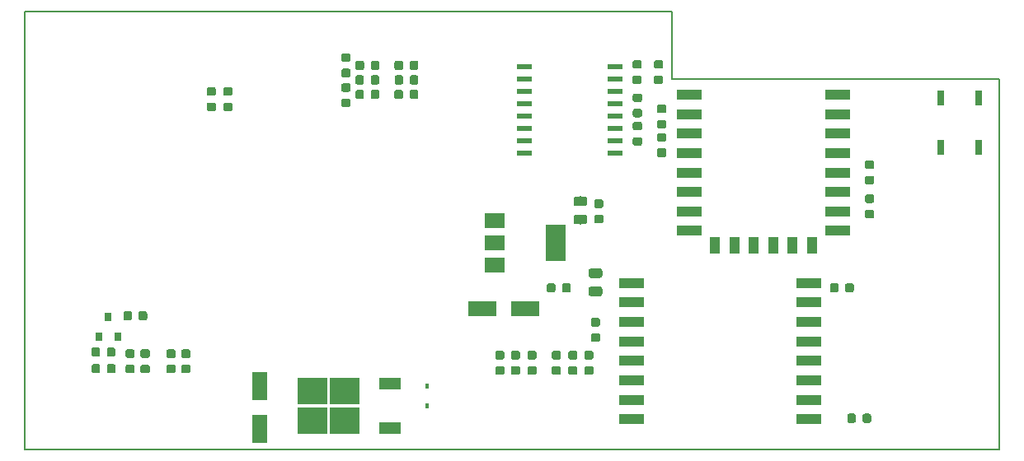
<source format=gbr>
%TF.GenerationSoftware,KiCad,Pcbnew,5.0.0*%
%TF.CreationDate,2018-10-30T11:26:16+01:00*%
%TF.ProjectId,TranspOtterNG,5472616E73704F747465724E472E6B69,rev?*%
%TF.SameCoordinates,Original*%
%TF.FileFunction,Paste,Top*%
%TF.FilePolarity,Positive*%
%FSLAX46Y46*%
G04 Gerber Fmt 4.6, Leading zero omitted, Abs format (unit mm)*
G04 Created by KiCad (PCBNEW 5.0.0) date Tue Oct 30 11:26:16 2018*
%MOMM*%
%LPD*%
G01*
G04 APERTURE LIST*
%ADD10C,0.150000*%
%ADD11R,0.450000X0.600000*%
%ADD12C,0.100000*%
%ADD13C,0.875000*%
%ADD14C,0.975000*%
%ADD15R,1.600000X3.000000*%
%ADD16R,3.000000X1.600000*%
%ADD17R,2.000000X3.800000*%
%ADD18R,2.000000X1.500000*%
%ADD19R,0.760000X1.600000*%
%ADD20R,2.500000X1.000000*%
%ADD21R,1.000000X1.800000*%
%ADD22R,0.800000X0.900000*%
%ADD23R,2.200000X1.200000*%
%ADD24R,3.050000X2.750000*%
%ADD25R,1.500000X0.600000*%
G04 APERTURE END LIST*
D10*
X166449500Y-40009000D02*
X166449500Y-46909000D01*
X100000000Y-40000000D02*
X166449500Y-40009000D01*
X100000000Y-85000000D02*
X100000000Y-40000000D01*
X200000000Y-85000000D02*
X100000000Y-85000000D01*
X200000000Y-46900000D02*
X200000000Y-85000000D01*
X166449500Y-46909000D02*
X200000000Y-46900000D01*
D11*
X141249500Y-78459000D03*
X141249500Y-80559000D03*
D12*
G36*
X163151691Y-49983053D02*
X163172926Y-49986203D01*
X163193750Y-49991419D01*
X163213962Y-49998651D01*
X163233368Y-50007830D01*
X163251781Y-50018866D01*
X163269024Y-50031654D01*
X163284930Y-50046070D01*
X163299346Y-50061976D01*
X163312134Y-50079219D01*
X163323170Y-50097632D01*
X163332349Y-50117038D01*
X163339581Y-50137250D01*
X163344797Y-50158074D01*
X163347947Y-50179309D01*
X163349000Y-50200750D01*
X163349000Y-50638250D01*
X163347947Y-50659691D01*
X163344797Y-50680926D01*
X163339581Y-50701750D01*
X163332349Y-50721962D01*
X163323170Y-50741368D01*
X163312134Y-50759781D01*
X163299346Y-50777024D01*
X163284930Y-50792930D01*
X163269024Y-50807346D01*
X163251781Y-50820134D01*
X163233368Y-50831170D01*
X163213962Y-50840349D01*
X163193750Y-50847581D01*
X163172926Y-50852797D01*
X163151691Y-50855947D01*
X163130250Y-50857000D01*
X162617750Y-50857000D01*
X162596309Y-50855947D01*
X162575074Y-50852797D01*
X162554250Y-50847581D01*
X162534038Y-50840349D01*
X162514632Y-50831170D01*
X162496219Y-50820134D01*
X162478976Y-50807346D01*
X162463070Y-50792930D01*
X162448654Y-50777024D01*
X162435866Y-50759781D01*
X162424830Y-50741368D01*
X162415651Y-50721962D01*
X162408419Y-50701750D01*
X162403203Y-50680926D01*
X162400053Y-50659691D01*
X162399000Y-50638250D01*
X162399000Y-50200750D01*
X162400053Y-50179309D01*
X162403203Y-50158074D01*
X162408419Y-50137250D01*
X162415651Y-50117038D01*
X162424830Y-50097632D01*
X162435866Y-50079219D01*
X162448654Y-50061976D01*
X162463070Y-50046070D01*
X162478976Y-50031654D01*
X162496219Y-50018866D01*
X162514632Y-50007830D01*
X162534038Y-49998651D01*
X162554250Y-49991419D01*
X162575074Y-49986203D01*
X162596309Y-49983053D01*
X162617750Y-49982000D01*
X163130250Y-49982000D01*
X163151691Y-49983053D01*
X163151691Y-49983053D01*
G37*
D13*
X162874000Y-50419500D03*
D12*
G36*
X163151691Y-48408053D02*
X163172926Y-48411203D01*
X163193750Y-48416419D01*
X163213962Y-48423651D01*
X163233368Y-48432830D01*
X163251781Y-48443866D01*
X163269024Y-48456654D01*
X163284930Y-48471070D01*
X163299346Y-48486976D01*
X163312134Y-48504219D01*
X163323170Y-48522632D01*
X163332349Y-48542038D01*
X163339581Y-48562250D01*
X163344797Y-48583074D01*
X163347947Y-48604309D01*
X163349000Y-48625750D01*
X163349000Y-49063250D01*
X163347947Y-49084691D01*
X163344797Y-49105926D01*
X163339581Y-49126750D01*
X163332349Y-49146962D01*
X163323170Y-49166368D01*
X163312134Y-49184781D01*
X163299346Y-49202024D01*
X163284930Y-49217930D01*
X163269024Y-49232346D01*
X163251781Y-49245134D01*
X163233368Y-49256170D01*
X163213962Y-49265349D01*
X163193750Y-49272581D01*
X163172926Y-49277797D01*
X163151691Y-49280947D01*
X163130250Y-49282000D01*
X162617750Y-49282000D01*
X162596309Y-49280947D01*
X162575074Y-49277797D01*
X162554250Y-49272581D01*
X162534038Y-49265349D01*
X162514632Y-49256170D01*
X162496219Y-49245134D01*
X162478976Y-49232346D01*
X162463070Y-49217930D01*
X162448654Y-49202024D01*
X162435866Y-49184781D01*
X162424830Y-49166368D01*
X162415651Y-49146962D01*
X162408419Y-49126750D01*
X162403203Y-49105926D01*
X162400053Y-49084691D01*
X162399000Y-49063250D01*
X162399000Y-48625750D01*
X162400053Y-48604309D01*
X162403203Y-48583074D01*
X162408419Y-48562250D01*
X162415651Y-48542038D01*
X162424830Y-48522632D01*
X162435866Y-48504219D01*
X162448654Y-48486976D01*
X162463070Y-48471070D01*
X162478976Y-48456654D01*
X162496219Y-48443866D01*
X162514632Y-48432830D01*
X162534038Y-48423651D01*
X162554250Y-48416419D01*
X162575074Y-48411203D01*
X162596309Y-48408053D01*
X162617750Y-48407000D01*
X163130250Y-48407000D01*
X163151691Y-48408053D01*
X163151691Y-48408053D01*
G37*
D13*
X162874000Y-48844500D03*
D12*
G36*
X155824691Y-67931053D02*
X155845926Y-67934203D01*
X155866750Y-67939419D01*
X155886962Y-67946651D01*
X155906368Y-67955830D01*
X155924781Y-67966866D01*
X155942024Y-67979654D01*
X155957930Y-67994070D01*
X155972346Y-68009976D01*
X155985134Y-68027219D01*
X155996170Y-68045632D01*
X156005349Y-68065038D01*
X156012581Y-68085250D01*
X156017797Y-68106074D01*
X156020947Y-68127309D01*
X156022000Y-68148750D01*
X156022000Y-68661250D01*
X156020947Y-68682691D01*
X156017797Y-68703926D01*
X156012581Y-68724750D01*
X156005349Y-68744962D01*
X155996170Y-68764368D01*
X155985134Y-68782781D01*
X155972346Y-68800024D01*
X155957930Y-68815930D01*
X155942024Y-68830346D01*
X155924781Y-68843134D01*
X155906368Y-68854170D01*
X155886962Y-68863349D01*
X155866750Y-68870581D01*
X155845926Y-68875797D01*
X155824691Y-68878947D01*
X155803250Y-68880000D01*
X155365750Y-68880000D01*
X155344309Y-68878947D01*
X155323074Y-68875797D01*
X155302250Y-68870581D01*
X155282038Y-68863349D01*
X155262632Y-68854170D01*
X155244219Y-68843134D01*
X155226976Y-68830346D01*
X155211070Y-68815930D01*
X155196654Y-68800024D01*
X155183866Y-68782781D01*
X155172830Y-68764368D01*
X155163651Y-68744962D01*
X155156419Y-68724750D01*
X155151203Y-68703926D01*
X155148053Y-68682691D01*
X155147000Y-68661250D01*
X155147000Y-68148750D01*
X155148053Y-68127309D01*
X155151203Y-68106074D01*
X155156419Y-68085250D01*
X155163651Y-68065038D01*
X155172830Y-68045632D01*
X155183866Y-68027219D01*
X155196654Y-68009976D01*
X155211070Y-67994070D01*
X155226976Y-67979654D01*
X155244219Y-67966866D01*
X155262632Y-67955830D01*
X155282038Y-67946651D01*
X155302250Y-67939419D01*
X155323074Y-67934203D01*
X155344309Y-67931053D01*
X155365750Y-67930000D01*
X155803250Y-67930000D01*
X155824691Y-67931053D01*
X155824691Y-67931053D01*
G37*
D13*
X155584500Y-68405000D03*
D12*
G36*
X154249691Y-67931053D02*
X154270926Y-67934203D01*
X154291750Y-67939419D01*
X154311962Y-67946651D01*
X154331368Y-67955830D01*
X154349781Y-67966866D01*
X154367024Y-67979654D01*
X154382930Y-67994070D01*
X154397346Y-68009976D01*
X154410134Y-68027219D01*
X154421170Y-68045632D01*
X154430349Y-68065038D01*
X154437581Y-68085250D01*
X154442797Y-68106074D01*
X154445947Y-68127309D01*
X154447000Y-68148750D01*
X154447000Y-68661250D01*
X154445947Y-68682691D01*
X154442797Y-68703926D01*
X154437581Y-68724750D01*
X154430349Y-68744962D01*
X154421170Y-68764368D01*
X154410134Y-68782781D01*
X154397346Y-68800024D01*
X154382930Y-68815930D01*
X154367024Y-68830346D01*
X154349781Y-68843134D01*
X154331368Y-68854170D01*
X154311962Y-68863349D01*
X154291750Y-68870581D01*
X154270926Y-68875797D01*
X154249691Y-68878947D01*
X154228250Y-68880000D01*
X153790750Y-68880000D01*
X153769309Y-68878947D01*
X153748074Y-68875797D01*
X153727250Y-68870581D01*
X153707038Y-68863349D01*
X153687632Y-68854170D01*
X153669219Y-68843134D01*
X153651976Y-68830346D01*
X153636070Y-68815930D01*
X153621654Y-68800024D01*
X153608866Y-68782781D01*
X153597830Y-68764368D01*
X153588651Y-68744962D01*
X153581419Y-68724750D01*
X153576203Y-68703926D01*
X153573053Y-68682691D01*
X153572000Y-68661250D01*
X153572000Y-68148750D01*
X153573053Y-68127309D01*
X153576203Y-68106074D01*
X153581419Y-68085250D01*
X153588651Y-68065038D01*
X153597830Y-68045632D01*
X153608866Y-68027219D01*
X153621654Y-68009976D01*
X153636070Y-67994070D01*
X153651976Y-67979654D01*
X153669219Y-67966866D01*
X153687632Y-67955830D01*
X153707038Y-67946651D01*
X153727250Y-67939419D01*
X153748074Y-67934203D01*
X153769309Y-67931053D01*
X153790750Y-67930000D01*
X154228250Y-67930000D01*
X154249691Y-67931053D01*
X154249691Y-67931053D01*
G37*
D13*
X154009500Y-68405000D03*
D12*
G36*
X159192191Y-60880053D02*
X159213426Y-60883203D01*
X159234250Y-60888419D01*
X159254462Y-60895651D01*
X159273868Y-60904830D01*
X159292281Y-60915866D01*
X159309524Y-60928654D01*
X159325430Y-60943070D01*
X159339846Y-60958976D01*
X159352634Y-60976219D01*
X159363670Y-60994632D01*
X159372849Y-61014038D01*
X159380081Y-61034250D01*
X159385297Y-61055074D01*
X159388447Y-61076309D01*
X159389500Y-61097750D01*
X159389500Y-61535250D01*
X159388447Y-61556691D01*
X159385297Y-61577926D01*
X159380081Y-61598750D01*
X159372849Y-61618962D01*
X159363670Y-61638368D01*
X159352634Y-61656781D01*
X159339846Y-61674024D01*
X159325430Y-61689930D01*
X159309524Y-61704346D01*
X159292281Y-61717134D01*
X159273868Y-61728170D01*
X159254462Y-61737349D01*
X159234250Y-61744581D01*
X159213426Y-61749797D01*
X159192191Y-61752947D01*
X159170750Y-61754000D01*
X158658250Y-61754000D01*
X158636809Y-61752947D01*
X158615574Y-61749797D01*
X158594750Y-61744581D01*
X158574538Y-61737349D01*
X158555132Y-61728170D01*
X158536719Y-61717134D01*
X158519476Y-61704346D01*
X158503570Y-61689930D01*
X158489154Y-61674024D01*
X158476366Y-61656781D01*
X158465330Y-61638368D01*
X158456151Y-61618962D01*
X158448919Y-61598750D01*
X158443703Y-61577926D01*
X158440553Y-61556691D01*
X158439500Y-61535250D01*
X158439500Y-61097750D01*
X158440553Y-61076309D01*
X158443703Y-61055074D01*
X158448919Y-61034250D01*
X158456151Y-61014038D01*
X158465330Y-60994632D01*
X158476366Y-60976219D01*
X158489154Y-60958976D01*
X158503570Y-60943070D01*
X158519476Y-60928654D01*
X158536719Y-60915866D01*
X158555132Y-60904830D01*
X158574538Y-60895651D01*
X158594750Y-60888419D01*
X158615574Y-60883203D01*
X158636809Y-60880053D01*
X158658250Y-60879000D01*
X159170750Y-60879000D01*
X159192191Y-60880053D01*
X159192191Y-60880053D01*
G37*
D13*
X158914500Y-61316500D03*
D12*
G36*
X159192191Y-59305053D02*
X159213426Y-59308203D01*
X159234250Y-59313419D01*
X159254462Y-59320651D01*
X159273868Y-59329830D01*
X159292281Y-59340866D01*
X159309524Y-59353654D01*
X159325430Y-59368070D01*
X159339846Y-59383976D01*
X159352634Y-59401219D01*
X159363670Y-59419632D01*
X159372849Y-59439038D01*
X159380081Y-59459250D01*
X159385297Y-59480074D01*
X159388447Y-59501309D01*
X159389500Y-59522750D01*
X159389500Y-59960250D01*
X159388447Y-59981691D01*
X159385297Y-60002926D01*
X159380081Y-60023750D01*
X159372849Y-60043962D01*
X159363670Y-60063368D01*
X159352634Y-60081781D01*
X159339846Y-60099024D01*
X159325430Y-60114930D01*
X159309524Y-60129346D01*
X159292281Y-60142134D01*
X159273868Y-60153170D01*
X159254462Y-60162349D01*
X159234250Y-60169581D01*
X159213426Y-60174797D01*
X159192191Y-60177947D01*
X159170750Y-60179000D01*
X158658250Y-60179000D01*
X158636809Y-60177947D01*
X158615574Y-60174797D01*
X158594750Y-60169581D01*
X158574538Y-60162349D01*
X158555132Y-60153170D01*
X158536719Y-60142134D01*
X158519476Y-60129346D01*
X158503570Y-60114930D01*
X158489154Y-60099024D01*
X158476366Y-60081781D01*
X158465330Y-60063368D01*
X158456151Y-60043962D01*
X158448919Y-60023750D01*
X158443703Y-60002926D01*
X158440553Y-59981691D01*
X158439500Y-59960250D01*
X158439500Y-59522750D01*
X158440553Y-59501309D01*
X158443703Y-59480074D01*
X158448919Y-59459250D01*
X158456151Y-59439038D01*
X158465330Y-59419632D01*
X158476366Y-59401219D01*
X158489154Y-59383976D01*
X158503570Y-59368070D01*
X158519476Y-59353654D01*
X158536719Y-59340866D01*
X158555132Y-59329830D01*
X158574538Y-59320651D01*
X158594750Y-59313419D01*
X158615574Y-59308203D01*
X158636809Y-59305053D01*
X158658250Y-59304000D01*
X159170750Y-59304000D01*
X159192191Y-59305053D01*
X159192191Y-59305053D01*
G37*
D13*
X158914500Y-59741500D03*
D12*
G36*
X157494642Y-60880174D02*
X157518303Y-60883684D01*
X157541507Y-60889496D01*
X157564029Y-60897554D01*
X157585653Y-60907782D01*
X157606170Y-60920079D01*
X157625383Y-60934329D01*
X157643107Y-60950393D01*
X157659171Y-60968117D01*
X157673421Y-60987330D01*
X157685718Y-61007847D01*
X157695946Y-61029471D01*
X157704004Y-61051993D01*
X157709816Y-61075197D01*
X157713326Y-61098858D01*
X157714500Y-61122750D01*
X157714500Y-61610250D01*
X157713326Y-61634142D01*
X157709816Y-61657803D01*
X157704004Y-61681007D01*
X157695946Y-61703529D01*
X157685718Y-61725153D01*
X157673421Y-61745670D01*
X157659171Y-61764883D01*
X157643107Y-61782607D01*
X157625383Y-61798671D01*
X157606170Y-61812921D01*
X157585653Y-61825218D01*
X157564029Y-61835446D01*
X157541507Y-61843504D01*
X157518303Y-61849316D01*
X157494642Y-61852826D01*
X157470750Y-61854000D01*
X156558250Y-61854000D01*
X156534358Y-61852826D01*
X156510697Y-61849316D01*
X156487493Y-61843504D01*
X156464971Y-61835446D01*
X156443347Y-61825218D01*
X156422830Y-61812921D01*
X156403617Y-61798671D01*
X156385893Y-61782607D01*
X156369829Y-61764883D01*
X156355579Y-61745670D01*
X156343282Y-61725153D01*
X156333054Y-61703529D01*
X156324996Y-61681007D01*
X156319184Y-61657803D01*
X156315674Y-61634142D01*
X156314500Y-61610250D01*
X156314500Y-61122750D01*
X156315674Y-61098858D01*
X156319184Y-61075197D01*
X156324996Y-61051993D01*
X156333054Y-61029471D01*
X156343282Y-61007847D01*
X156355579Y-60987330D01*
X156369829Y-60968117D01*
X156385893Y-60950393D01*
X156403617Y-60934329D01*
X156422830Y-60920079D01*
X156443347Y-60907782D01*
X156464971Y-60897554D01*
X156487493Y-60889496D01*
X156510697Y-60883684D01*
X156534358Y-60880174D01*
X156558250Y-60879000D01*
X157470750Y-60879000D01*
X157494642Y-60880174D01*
X157494642Y-60880174D01*
G37*
D14*
X157014500Y-61366500D03*
D12*
G36*
X157494642Y-59005174D02*
X157518303Y-59008684D01*
X157541507Y-59014496D01*
X157564029Y-59022554D01*
X157585653Y-59032782D01*
X157606170Y-59045079D01*
X157625383Y-59059329D01*
X157643107Y-59075393D01*
X157659171Y-59093117D01*
X157673421Y-59112330D01*
X157685718Y-59132847D01*
X157695946Y-59154471D01*
X157704004Y-59176993D01*
X157709816Y-59200197D01*
X157713326Y-59223858D01*
X157714500Y-59247750D01*
X157714500Y-59735250D01*
X157713326Y-59759142D01*
X157709816Y-59782803D01*
X157704004Y-59806007D01*
X157695946Y-59828529D01*
X157685718Y-59850153D01*
X157673421Y-59870670D01*
X157659171Y-59889883D01*
X157643107Y-59907607D01*
X157625383Y-59923671D01*
X157606170Y-59937921D01*
X157585653Y-59950218D01*
X157564029Y-59960446D01*
X157541507Y-59968504D01*
X157518303Y-59974316D01*
X157494642Y-59977826D01*
X157470750Y-59979000D01*
X156558250Y-59979000D01*
X156534358Y-59977826D01*
X156510697Y-59974316D01*
X156487493Y-59968504D01*
X156464971Y-59960446D01*
X156443347Y-59950218D01*
X156422830Y-59937921D01*
X156403617Y-59923671D01*
X156385893Y-59907607D01*
X156369829Y-59889883D01*
X156355579Y-59870670D01*
X156343282Y-59850153D01*
X156333054Y-59828529D01*
X156324996Y-59806007D01*
X156319184Y-59782803D01*
X156315674Y-59759142D01*
X156314500Y-59735250D01*
X156314500Y-59247750D01*
X156315674Y-59223858D01*
X156319184Y-59200197D01*
X156324996Y-59176993D01*
X156333054Y-59154471D01*
X156343282Y-59132847D01*
X156355579Y-59112330D01*
X156369829Y-59093117D01*
X156385893Y-59075393D01*
X156403617Y-59059329D01*
X156422830Y-59045079D01*
X156443347Y-59032782D01*
X156464971Y-59022554D01*
X156487493Y-59014496D01*
X156510697Y-59008684D01*
X156534358Y-59005174D01*
X156558250Y-59004000D01*
X157470750Y-59004000D01*
X157494642Y-59005174D01*
X157494642Y-59005174D01*
G37*
D14*
X157014500Y-59491500D03*
D12*
G36*
X111060691Y-74726053D02*
X111081926Y-74729203D01*
X111102750Y-74734419D01*
X111122962Y-74741651D01*
X111142368Y-74750830D01*
X111160781Y-74761866D01*
X111178024Y-74774654D01*
X111193930Y-74789070D01*
X111208346Y-74804976D01*
X111221134Y-74822219D01*
X111232170Y-74840632D01*
X111241349Y-74860038D01*
X111248581Y-74880250D01*
X111253797Y-74901074D01*
X111256947Y-74922309D01*
X111258000Y-74943750D01*
X111258000Y-75381250D01*
X111256947Y-75402691D01*
X111253797Y-75423926D01*
X111248581Y-75444750D01*
X111241349Y-75464962D01*
X111232170Y-75484368D01*
X111221134Y-75502781D01*
X111208346Y-75520024D01*
X111193930Y-75535930D01*
X111178024Y-75550346D01*
X111160781Y-75563134D01*
X111142368Y-75574170D01*
X111122962Y-75583349D01*
X111102750Y-75590581D01*
X111081926Y-75595797D01*
X111060691Y-75598947D01*
X111039250Y-75600000D01*
X110526750Y-75600000D01*
X110505309Y-75598947D01*
X110484074Y-75595797D01*
X110463250Y-75590581D01*
X110443038Y-75583349D01*
X110423632Y-75574170D01*
X110405219Y-75563134D01*
X110387976Y-75550346D01*
X110372070Y-75535930D01*
X110357654Y-75520024D01*
X110344866Y-75502781D01*
X110333830Y-75484368D01*
X110324651Y-75464962D01*
X110317419Y-75444750D01*
X110312203Y-75423926D01*
X110309053Y-75402691D01*
X110308000Y-75381250D01*
X110308000Y-74943750D01*
X110309053Y-74922309D01*
X110312203Y-74901074D01*
X110317419Y-74880250D01*
X110324651Y-74860038D01*
X110333830Y-74840632D01*
X110344866Y-74822219D01*
X110357654Y-74804976D01*
X110372070Y-74789070D01*
X110387976Y-74774654D01*
X110405219Y-74761866D01*
X110423632Y-74750830D01*
X110443038Y-74741651D01*
X110463250Y-74734419D01*
X110484074Y-74729203D01*
X110505309Y-74726053D01*
X110526750Y-74725000D01*
X111039250Y-74725000D01*
X111060691Y-74726053D01*
X111060691Y-74726053D01*
G37*
D13*
X110783000Y-75162500D03*
D12*
G36*
X111060691Y-76301053D02*
X111081926Y-76304203D01*
X111102750Y-76309419D01*
X111122962Y-76316651D01*
X111142368Y-76325830D01*
X111160781Y-76336866D01*
X111178024Y-76349654D01*
X111193930Y-76364070D01*
X111208346Y-76379976D01*
X111221134Y-76397219D01*
X111232170Y-76415632D01*
X111241349Y-76435038D01*
X111248581Y-76455250D01*
X111253797Y-76476074D01*
X111256947Y-76497309D01*
X111258000Y-76518750D01*
X111258000Y-76956250D01*
X111256947Y-76977691D01*
X111253797Y-76998926D01*
X111248581Y-77019750D01*
X111241349Y-77039962D01*
X111232170Y-77059368D01*
X111221134Y-77077781D01*
X111208346Y-77095024D01*
X111193930Y-77110930D01*
X111178024Y-77125346D01*
X111160781Y-77138134D01*
X111142368Y-77149170D01*
X111122962Y-77158349D01*
X111102750Y-77165581D01*
X111081926Y-77170797D01*
X111060691Y-77173947D01*
X111039250Y-77175000D01*
X110526750Y-77175000D01*
X110505309Y-77173947D01*
X110484074Y-77170797D01*
X110463250Y-77165581D01*
X110443038Y-77158349D01*
X110423632Y-77149170D01*
X110405219Y-77138134D01*
X110387976Y-77125346D01*
X110372070Y-77110930D01*
X110357654Y-77095024D01*
X110344866Y-77077781D01*
X110333830Y-77059368D01*
X110324651Y-77039962D01*
X110317419Y-77019750D01*
X110312203Y-76998926D01*
X110309053Y-76977691D01*
X110308000Y-76956250D01*
X110308000Y-76518750D01*
X110309053Y-76497309D01*
X110312203Y-76476074D01*
X110317419Y-76455250D01*
X110324651Y-76435038D01*
X110333830Y-76415632D01*
X110344866Y-76397219D01*
X110357654Y-76379976D01*
X110372070Y-76364070D01*
X110387976Y-76349654D01*
X110405219Y-76336866D01*
X110423632Y-76325830D01*
X110443038Y-76316651D01*
X110463250Y-76309419D01*
X110484074Y-76304203D01*
X110505309Y-76301053D01*
X110526750Y-76300000D01*
X111039250Y-76300000D01*
X111060691Y-76301053D01*
X111060691Y-76301053D01*
G37*
D13*
X110783000Y-76737500D03*
D12*
G36*
X152327191Y-76460053D02*
X152348426Y-76463203D01*
X152369250Y-76468419D01*
X152389462Y-76475651D01*
X152408868Y-76484830D01*
X152427281Y-76495866D01*
X152444524Y-76508654D01*
X152460430Y-76523070D01*
X152474846Y-76538976D01*
X152487634Y-76556219D01*
X152498670Y-76574632D01*
X152507849Y-76594038D01*
X152515081Y-76614250D01*
X152520297Y-76635074D01*
X152523447Y-76656309D01*
X152524500Y-76677750D01*
X152524500Y-77115250D01*
X152523447Y-77136691D01*
X152520297Y-77157926D01*
X152515081Y-77178750D01*
X152507849Y-77198962D01*
X152498670Y-77218368D01*
X152487634Y-77236781D01*
X152474846Y-77254024D01*
X152460430Y-77269930D01*
X152444524Y-77284346D01*
X152427281Y-77297134D01*
X152408868Y-77308170D01*
X152389462Y-77317349D01*
X152369250Y-77324581D01*
X152348426Y-77329797D01*
X152327191Y-77332947D01*
X152305750Y-77334000D01*
X151793250Y-77334000D01*
X151771809Y-77332947D01*
X151750574Y-77329797D01*
X151729750Y-77324581D01*
X151709538Y-77317349D01*
X151690132Y-77308170D01*
X151671719Y-77297134D01*
X151654476Y-77284346D01*
X151638570Y-77269930D01*
X151624154Y-77254024D01*
X151611366Y-77236781D01*
X151600330Y-77218368D01*
X151591151Y-77198962D01*
X151583919Y-77178750D01*
X151578703Y-77157926D01*
X151575553Y-77136691D01*
X151574500Y-77115250D01*
X151574500Y-76677750D01*
X151575553Y-76656309D01*
X151578703Y-76635074D01*
X151583919Y-76614250D01*
X151591151Y-76594038D01*
X151600330Y-76574632D01*
X151611366Y-76556219D01*
X151624154Y-76538976D01*
X151638570Y-76523070D01*
X151654476Y-76508654D01*
X151671719Y-76495866D01*
X151690132Y-76484830D01*
X151709538Y-76475651D01*
X151729750Y-76468419D01*
X151750574Y-76463203D01*
X151771809Y-76460053D01*
X151793250Y-76459000D01*
X152305750Y-76459000D01*
X152327191Y-76460053D01*
X152327191Y-76460053D01*
G37*
D13*
X152049500Y-76896500D03*
D12*
G36*
X152327191Y-74885053D02*
X152348426Y-74888203D01*
X152369250Y-74893419D01*
X152389462Y-74900651D01*
X152408868Y-74909830D01*
X152427281Y-74920866D01*
X152444524Y-74933654D01*
X152460430Y-74948070D01*
X152474846Y-74963976D01*
X152487634Y-74981219D01*
X152498670Y-74999632D01*
X152507849Y-75019038D01*
X152515081Y-75039250D01*
X152520297Y-75060074D01*
X152523447Y-75081309D01*
X152524500Y-75102750D01*
X152524500Y-75540250D01*
X152523447Y-75561691D01*
X152520297Y-75582926D01*
X152515081Y-75603750D01*
X152507849Y-75623962D01*
X152498670Y-75643368D01*
X152487634Y-75661781D01*
X152474846Y-75679024D01*
X152460430Y-75694930D01*
X152444524Y-75709346D01*
X152427281Y-75722134D01*
X152408868Y-75733170D01*
X152389462Y-75742349D01*
X152369250Y-75749581D01*
X152348426Y-75754797D01*
X152327191Y-75757947D01*
X152305750Y-75759000D01*
X151793250Y-75759000D01*
X151771809Y-75757947D01*
X151750574Y-75754797D01*
X151729750Y-75749581D01*
X151709538Y-75742349D01*
X151690132Y-75733170D01*
X151671719Y-75722134D01*
X151654476Y-75709346D01*
X151638570Y-75694930D01*
X151624154Y-75679024D01*
X151611366Y-75661781D01*
X151600330Y-75643368D01*
X151591151Y-75623962D01*
X151583919Y-75603750D01*
X151578703Y-75582926D01*
X151575553Y-75561691D01*
X151574500Y-75540250D01*
X151574500Y-75102750D01*
X151575553Y-75081309D01*
X151578703Y-75060074D01*
X151583919Y-75039250D01*
X151591151Y-75019038D01*
X151600330Y-74999632D01*
X151611366Y-74981219D01*
X151624154Y-74963976D01*
X151638570Y-74948070D01*
X151654476Y-74933654D01*
X151671719Y-74920866D01*
X151690132Y-74909830D01*
X151709538Y-74900651D01*
X151729750Y-74893419D01*
X151750574Y-74888203D01*
X151771809Y-74885053D01*
X151793250Y-74884000D01*
X152305750Y-74884000D01*
X152327191Y-74885053D01*
X152327191Y-74885053D01*
G37*
D13*
X152049500Y-75321500D03*
D12*
G36*
X116778191Y-74726053D02*
X116799426Y-74729203D01*
X116820250Y-74734419D01*
X116840462Y-74741651D01*
X116859868Y-74750830D01*
X116878281Y-74761866D01*
X116895524Y-74774654D01*
X116911430Y-74789070D01*
X116925846Y-74804976D01*
X116938634Y-74822219D01*
X116949670Y-74840632D01*
X116958849Y-74860038D01*
X116966081Y-74880250D01*
X116971297Y-74901074D01*
X116974447Y-74922309D01*
X116975500Y-74943750D01*
X116975500Y-75381250D01*
X116974447Y-75402691D01*
X116971297Y-75423926D01*
X116966081Y-75444750D01*
X116958849Y-75464962D01*
X116949670Y-75484368D01*
X116938634Y-75502781D01*
X116925846Y-75520024D01*
X116911430Y-75535930D01*
X116895524Y-75550346D01*
X116878281Y-75563134D01*
X116859868Y-75574170D01*
X116840462Y-75583349D01*
X116820250Y-75590581D01*
X116799426Y-75595797D01*
X116778191Y-75598947D01*
X116756750Y-75600000D01*
X116244250Y-75600000D01*
X116222809Y-75598947D01*
X116201574Y-75595797D01*
X116180750Y-75590581D01*
X116160538Y-75583349D01*
X116141132Y-75574170D01*
X116122719Y-75563134D01*
X116105476Y-75550346D01*
X116089570Y-75535930D01*
X116075154Y-75520024D01*
X116062366Y-75502781D01*
X116051330Y-75484368D01*
X116042151Y-75464962D01*
X116034919Y-75444750D01*
X116029703Y-75423926D01*
X116026553Y-75402691D01*
X116025500Y-75381250D01*
X116025500Y-74943750D01*
X116026553Y-74922309D01*
X116029703Y-74901074D01*
X116034919Y-74880250D01*
X116042151Y-74860038D01*
X116051330Y-74840632D01*
X116062366Y-74822219D01*
X116075154Y-74804976D01*
X116089570Y-74789070D01*
X116105476Y-74774654D01*
X116122719Y-74761866D01*
X116141132Y-74750830D01*
X116160538Y-74741651D01*
X116180750Y-74734419D01*
X116201574Y-74729203D01*
X116222809Y-74726053D01*
X116244250Y-74725000D01*
X116756750Y-74725000D01*
X116778191Y-74726053D01*
X116778191Y-74726053D01*
G37*
D13*
X116500500Y-75162500D03*
D12*
G36*
X116778191Y-76301053D02*
X116799426Y-76304203D01*
X116820250Y-76309419D01*
X116840462Y-76316651D01*
X116859868Y-76325830D01*
X116878281Y-76336866D01*
X116895524Y-76349654D01*
X116911430Y-76364070D01*
X116925846Y-76379976D01*
X116938634Y-76397219D01*
X116949670Y-76415632D01*
X116958849Y-76435038D01*
X116966081Y-76455250D01*
X116971297Y-76476074D01*
X116974447Y-76497309D01*
X116975500Y-76518750D01*
X116975500Y-76956250D01*
X116974447Y-76977691D01*
X116971297Y-76998926D01*
X116966081Y-77019750D01*
X116958849Y-77039962D01*
X116949670Y-77059368D01*
X116938634Y-77077781D01*
X116925846Y-77095024D01*
X116911430Y-77110930D01*
X116895524Y-77125346D01*
X116878281Y-77138134D01*
X116859868Y-77149170D01*
X116840462Y-77158349D01*
X116820250Y-77165581D01*
X116799426Y-77170797D01*
X116778191Y-77173947D01*
X116756750Y-77175000D01*
X116244250Y-77175000D01*
X116222809Y-77173947D01*
X116201574Y-77170797D01*
X116180750Y-77165581D01*
X116160538Y-77158349D01*
X116141132Y-77149170D01*
X116122719Y-77138134D01*
X116105476Y-77125346D01*
X116089570Y-77110930D01*
X116075154Y-77095024D01*
X116062366Y-77077781D01*
X116051330Y-77059368D01*
X116042151Y-77039962D01*
X116034919Y-77019750D01*
X116029703Y-76998926D01*
X116026553Y-76977691D01*
X116025500Y-76956250D01*
X116025500Y-76518750D01*
X116026553Y-76497309D01*
X116029703Y-76476074D01*
X116034919Y-76455250D01*
X116042151Y-76435038D01*
X116051330Y-76415632D01*
X116062366Y-76397219D01*
X116075154Y-76379976D01*
X116089570Y-76364070D01*
X116105476Y-76349654D01*
X116122719Y-76336866D01*
X116141132Y-76325830D01*
X116160538Y-76316651D01*
X116180750Y-76309419D01*
X116201574Y-76304203D01*
X116222809Y-76301053D01*
X116244250Y-76300000D01*
X116756750Y-76300000D01*
X116778191Y-76301053D01*
X116778191Y-76301053D01*
G37*
D13*
X116500500Y-76737500D03*
D12*
G36*
X154827191Y-76460053D02*
X154848426Y-76463203D01*
X154869250Y-76468419D01*
X154889462Y-76475651D01*
X154908868Y-76484830D01*
X154927281Y-76495866D01*
X154944524Y-76508654D01*
X154960430Y-76523070D01*
X154974846Y-76538976D01*
X154987634Y-76556219D01*
X154998670Y-76574632D01*
X155007849Y-76594038D01*
X155015081Y-76614250D01*
X155020297Y-76635074D01*
X155023447Y-76656309D01*
X155024500Y-76677750D01*
X155024500Y-77115250D01*
X155023447Y-77136691D01*
X155020297Y-77157926D01*
X155015081Y-77178750D01*
X155007849Y-77198962D01*
X154998670Y-77218368D01*
X154987634Y-77236781D01*
X154974846Y-77254024D01*
X154960430Y-77269930D01*
X154944524Y-77284346D01*
X154927281Y-77297134D01*
X154908868Y-77308170D01*
X154889462Y-77317349D01*
X154869250Y-77324581D01*
X154848426Y-77329797D01*
X154827191Y-77332947D01*
X154805750Y-77334000D01*
X154293250Y-77334000D01*
X154271809Y-77332947D01*
X154250574Y-77329797D01*
X154229750Y-77324581D01*
X154209538Y-77317349D01*
X154190132Y-77308170D01*
X154171719Y-77297134D01*
X154154476Y-77284346D01*
X154138570Y-77269930D01*
X154124154Y-77254024D01*
X154111366Y-77236781D01*
X154100330Y-77218368D01*
X154091151Y-77198962D01*
X154083919Y-77178750D01*
X154078703Y-77157926D01*
X154075553Y-77136691D01*
X154074500Y-77115250D01*
X154074500Y-76677750D01*
X154075553Y-76656309D01*
X154078703Y-76635074D01*
X154083919Y-76614250D01*
X154091151Y-76594038D01*
X154100330Y-76574632D01*
X154111366Y-76556219D01*
X154124154Y-76538976D01*
X154138570Y-76523070D01*
X154154476Y-76508654D01*
X154171719Y-76495866D01*
X154190132Y-76484830D01*
X154209538Y-76475651D01*
X154229750Y-76468419D01*
X154250574Y-76463203D01*
X154271809Y-76460053D01*
X154293250Y-76459000D01*
X154805750Y-76459000D01*
X154827191Y-76460053D01*
X154827191Y-76460053D01*
G37*
D13*
X154549500Y-76896500D03*
D12*
G36*
X154827191Y-74885053D02*
X154848426Y-74888203D01*
X154869250Y-74893419D01*
X154889462Y-74900651D01*
X154908868Y-74909830D01*
X154927281Y-74920866D01*
X154944524Y-74933654D01*
X154960430Y-74948070D01*
X154974846Y-74963976D01*
X154987634Y-74981219D01*
X154998670Y-74999632D01*
X155007849Y-75019038D01*
X155015081Y-75039250D01*
X155020297Y-75060074D01*
X155023447Y-75081309D01*
X155024500Y-75102750D01*
X155024500Y-75540250D01*
X155023447Y-75561691D01*
X155020297Y-75582926D01*
X155015081Y-75603750D01*
X155007849Y-75623962D01*
X154998670Y-75643368D01*
X154987634Y-75661781D01*
X154974846Y-75679024D01*
X154960430Y-75694930D01*
X154944524Y-75709346D01*
X154927281Y-75722134D01*
X154908868Y-75733170D01*
X154889462Y-75742349D01*
X154869250Y-75749581D01*
X154848426Y-75754797D01*
X154827191Y-75757947D01*
X154805750Y-75759000D01*
X154293250Y-75759000D01*
X154271809Y-75757947D01*
X154250574Y-75754797D01*
X154229750Y-75749581D01*
X154209538Y-75742349D01*
X154190132Y-75733170D01*
X154171719Y-75722134D01*
X154154476Y-75709346D01*
X154138570Y-75694930D01*
X154124154Y-75679024D01*
X154111366Y-75661781D01*
X154100330Y-75643368D01*
X154091151Y-75623962D01*
X154083919Y-75603750D01*
X154078703Y-75582926D01*
X154075553Y-75561691D01*
X154074500Y-75540250D01*
X154074500Y-75102750D01*
X154075553Y-75081309D01*
X154078703Y-75060074D01*
X154083919Y-75039250D01*
X154091151Y-75019038D01*
X154100330Y-74999632D01*
X154111366Y-74981219D01*
X154124154Y-74963976D01*
X154138570Y-74948070D01*
X154154476Y-74933654D01*
X154171719Y-74920866D01*
X154190132Y-74909830D01*
X154209538Y-74900651D01*
X154229750Y-74893419D01*
X154250574Y-74888203D01*
X154271809Y-74885053D01*
X154293250Y-74884000D01*
X154805750Y-74884000D01*
X154827191Y-74885053D01*
X154827191Y-74885053D01*
G37*
D13*
X154549500Y-75321500D03*
D15*
X124049500Y-82909000D03*
X124049500Y-78509000D03*
D16*
X151333500Y-70500500D03*
X146933500Y-70500500D03*
D12*
G36*
X165642191Y-51124553D02*
X165663426Y-51127703D01*
X165684250Y-51132919D01*
X165704462Y-51140151D01*
X165723868Y-51149330D01*
X165742281Y-51160366D01*
X165759524Y-51173154D01*
X165775430Y-51187570D01*
X165789846Y-51203476D01*
X165802634Y-51220719D01*
X165813670Y-51239132D01*
X165822849Y-51258538D01*
X165830081Y-51278750D01*
X165835297Y-51299574D01*
X165838447Y-51320809D01*
X165839500Y-51342250D01*
X165839500Y-51779750D01*
X165838447Y-51801191D01*
X165835297Y-51822426D01*
X165830081Y-51843250D01*
X165822849Y-51863462D01*
X165813670Y-51882868D01*
X165802634Y-51901281D01*
X165789846Y-51918524D01*
X165775430Y-51934430D01*
X165759524Y-51948846D01*
X165742281Y-51961634D01*
X165723868Y-51972670D01*
X165704462Y-51981849D01*
X165684250Y-51989081D01*
X165663426Y-51994297D01*
X165642191Y-51997447D01*
X165620750Y-51998500D01*
X165108250Y-51998500D01*
X165086809Y-51997447D01*
X165065574Y-51994297D01*
X165044750Y-51989081D01*
X165024538Y-51981849D01*
X165005132Y-51972670D01*
X164986719Y-51961634D01*
X164969476Y-51948846D01*
X164953570Y-51934430D01*
X164939154Y-51918524D01*
X164926366Y-51901281D01*
X164915330Y-51882868D01*
X164906151Y-51863462D01*
X164898919Y-51843250D01*
X164893703Y-51822426D01*
X164890553Y-51801191D01*
X164889500Y-51779750D01*
X164889500Y-51342250D01*
X164890553Y-51320809D01*
X164893703Y-51299574D01*
X164898919Y-51278750D01*
X164906151Y-51258538D01*
X164915330Y-51239132D01*
X164926366Y-51220719D01*
X164939154Y-51203476D01*
X164953570Y-51187570D01*
X164969476Y-51173154D01*
X164986719Y-51160366D01*
X165005132Y-51149330D01*
X165024538Y-51140151D01*
X165044750Y-51132919D01*
X165065574Y-51127703D01*
X165086809Y-51124553D01*
X165108250Y-51123500D01*
X165620750Y-51123500D01*
X165642191Y-51124553D01*
X165642191Y-51124553D01*
G37*
D13*
X165364500Y-51561000D03*
D12*
G36*
X165642191Y-49549553D02*
X165663426Y-49552703D01*
X165684250Y-49557919D01*
X165704462Y-49565151D01*
X165723868Y-49574330D01*
X165742281Y-49585366D01*
X165759524Y-49598154D01*
X165775430Y-49612570D01*
X165789846Y-49628476D01*
X165802634Y-49645719D01*
X165813670Y-49664132D01*
X165822849Y-49683538D01*
X165830081Y-49703750D01*
X165835297Y-49724574D01*
X165838447Y-49745809D01*
X165839500Y-49767250D01*
X165839500Y-50204750D01*
X165838447Y-50226191D01*
X165835297Y-50247426D01*
X165830081Y-50268250D01*
X165822849Y-50288462D01*
X165813670Y-50307868D01*
X165802634Y-50326281D01*
X165789846Y-50343524D01*
X165775430Y-50359430D01*
X165759524Y-50373846D01*
X165742281Y-50386634D01*
X165723868Y-50397670D01*
X165704462Y-50406849D01*
X165684250Y-50414081D01*
X165663426Y-50419297D01*
X165642191Y-50422447D01*
X165620750Y-50423500D01*
X165108250Y-50423500D01*
X165086809Y-50422447D01*
X165065574Y-50419297D01*
X165044750Y-50414081D01*
X165024538Y-50406849D01*
X165005132Y-50397670D01*
X164986719Y-50386634D01*
X164969476Y-50373846D01*
X164953570Y-50359430D01*
X164939154Y-50343524D01*
X164926366Y-50326281D01*
X164915330Y-50307868D01*
X164906151Y-50288462D01*
X164898919Y-50268250D01*
X164893703Y-50247426D01*
X164890553Y-50226191D01*
X164889500Y-50204750D01*
X164889500Y-49767250D01*
X164890553Y-49745809D01*
X164893703Y-49724574D01*
X164898919Y-49703750D01*
X164906151Y-49683538D01*
X164915330Y-49664132D01*
X164926366Y-49645719D01*
X164939154Y-49628476D01*
X164953570Y-49612570D01*
X164969476Y-49598154D01*
X164986719Y-49585366D01*
X165005132Y-49574330D01*
X165024538Y-49565151D01*
X165044750Y-49557919D01*
X165065574Y-49552703D01*
X165086809Y-49549553D01*
X165108250Y-49548500D01*
X165620750Y-49548500D01*
X165642191Y-49549553D01*
X165642191Y-49549553D01*
G37*
D13*
X165364500Y-49986000D03*
D12*
G36*
X159053142Y-68270674D02*
X159076803Y-68274184D01*
X159100007Y-68279996D01*
X159122529Y-68288054D01*
X159144153Y-68298282D01*
X159164670Y-68310579D01*
X159183883Y-68324829D01*
X159201607Y-68340893D01*
X159217671Y-68358617D01*
X159231921Y-68377830D01*
X159244218Y-68398347D01*
X159254446Y-68419971D01*
X159262504Y-68442493D01*
X159268316Y-68465697D01*
X159271826Y-68489358D01*
X159273000Y-68513250D01*
X159273000Y-69000750D01*
X159271826Y-69024642D01*
X159268316Y-69048303D01*
X159262504Y-69071507D01*
X159254446Y-69094029D01*
X159244218Y-69115653D01*
X159231921Y-69136170D01*
X159217671Y-69155383D01*
X159201607Y-69173107D01*
X159183883Y-69189171D01*
X159164670Y-69203421D01*
X159144153Y-69215718D01*
X159122529Y-69225946D01*
X159100007Y-69234004D01*
X159076803Y-69239816D01*
X159053142Y-69243326D01*
X159029250Y-69244500D01*
X158116750Y-69244500D01*
X158092858Y-69243326D01*
X158069197Y-69239816D01*
X158045993Y-69234004D01*
X158023471Y-69225946D01*
X158001847Y-69215718D01*
X157981330Y-69203421D01*
X157962117Y-69189171D01*
X157944393Y-69173107D01*
X157928329Y-69155383D01*
X157914079Y-69136170D01*
X157901782Y-69115653D01*
X157891554Y-69094029D01*
X157883496Y-69071507D01*
X157877684Y-69048303D01*
X157874174Y-69024642D01*
X157873000Y-69000750D01*
X157873000Y-68513250D01*
X157874174Y-68489358D01*
X157877684Y-68465697D01*
X157883496Y-68442493D01*
X157891554Y-68419971D01*
X157901782Y-68398347D01*
X157914079Y-68377830D01*
X157928329Y-68358617D01*
X157944393Y-68340893D01*
X157962117Y-68324829D01*
X157981330Y-68310579D01*
X158001847Y-68298282D01*
X158023471Y-68288054D01*
X158045993Y-68279996D01*
X158069197Y-68274184D01*
X158092858Y-68270674D01*
X158116750Y-68269500D01*
X159029250Y-68269500D01*
X159053142Y-68270674D01*
X159053142Y-68270674D01*
G37*
D14*
X158573000Y-68757000D03*
D12*
G36*
X159053142Y-66395674D02*
X159076803Y-66399184D01*
X159100007Y-66404996D01*
X159122529Y-66413054D01*
X159144153Y-66423282D01*
X159164670Y-66435579D01*
X159183883Y-66449829D01*
X159201607Y-66465893D01*
X159217671Y-66483617D01*
X159231921Y-66502830D01*
X159244218Y-66523347D01*
X159254446Y-66544971D01*
X159262504Y-66567493D01*
X159268316Y-66590697D01*
X159271826Y-66614358D01*
X159273000Y-66638250D01*
X159273000Y-67125750D01*
X159271826Y-67149642D01*
X159268316Y-67173303D01*
X159262504Y-67196507D01*
X159254446Y-67219029D01*
X159244218Y-67240653D01*
X159231921Y-67261170D01*
X159217671Y-67280383D01*
X159201607Y-67298107D01*
X159183883Y-67314171D01*
X159164670Y-67328421D01*
X159144153Y-67340718D01*
X159122529Y-67350946D01*
X159100007Y-67359004D01*
X159076803Y-67364816D01*
X159053142Y-67368326D01*
X159029250Y-67369500D01*
X158116750Y-67369500D01*
X158092858Y-67368326D01*
X158069197Y-67364816D01*
X158045993Y-67359004D01*
X158023471Y-67350946D01*
X158001847Y-67340718D01*
X157981330Y-67328421D01*
X157962117Y-67314171D01*
X157944393Y-67298107D01*
X157928329Y-67280383D01*
X157914079Y-67261170D01*
X157901782Y-67240653D01*
X157891554Y-67219029D01*
X157883496Y-67196507D01*
X157877684Y-67173303D01*
X157874174Y-67149642D01*
X157873000Y-67125750D01*
X157873000Y-66638250D01*
X157874174Y-66614358D01*
X157877684Y-66590697D01*
X157883496Y-66567493D01*
X157891554Y-66544971D01*
X157901782Y-66523347D01*
X157914079Y-66502830D01*
X157928329Y-66483617D01*
X157944393Y-66465893D01*
X157962117Y-66449829D01*
X157981330Y-66435579D01*
X158001847Y-66423282D01*
X158023471Y-66413054D01*
X158045993Y-66404996D01*
X158069197Y-66399184D01*
X158092858Y-66395674D01*
X158116750Y-66394500D01*
X159029250Y-66394500D01*
X159053142Y-66395674D01*
X159053142Y-66395674D01*
G37*
D14*
X158573000Y-66882000D03*
D12*
G36*
X158850691Y-71493553D02*
X158871926Y-71496703D01*
X158892750Y-71501919D01*
X158912962Y-71509151D01*
X158932368Y-71518330D01*
X158950781Y-71529366D01*
X158968024Y-71542154D01*
X158983930Y-71556570D01*
X158998346Y-71572476D01*
X159011134Y-71589719D01*
X159022170Y-71608132D01*
X159031349Y-71627538D01*
X159038581Y-71647750D01*
X159043797Y-71668574D01*
X159046947Y-71689809D01*
X159048000Y-71711250D01*
X159048000Y-72148750D01*
X159046947Y-72170191D01*
X159043797Y-72191426D01*
X159038581Y-72212250D01*
X159031349Y-72232462D01*
X159022170Y-72251868D01*
X159011134Y-72270281D01*
X158998346Y-72287524D01*
X158983930Y-72303430D01*
X158968024Y-72317846D01*
X158950781Y-72330634D01*
X158932368Y-72341670D01*
X158912962Y-72350849D01*
X158892750Y-72358081D01*
X158871926Y-72363297D01*
X158850691Y-72366447D01*
X158829250Y-72367500D01*
X158316750Y-72367500D01*
X158295309Y-72366447D01*
X158274074Y-72363297D01*
X158253250Y-72358081D01*
X158233038Y-72350849D01*
X158213632Y-72341670D01*
X158195219Y-72330634D01*
X158177976Y-72317846D01*
X158162070Y-72303430D01*
X158147654Y-72287524D01*
X158134866Y-72270281D01*
X158123830Y-72251868D01*
X158114651Y-72232462D01*
X158107419Y-72212250D01*
X158102203Y-72191426D01*
X158099053Y-72170191D01*
X158098000Y-72148750D01*
X158098000Y-71711250D01*
X158099053Y-71689809D01*
X158102203Y-71668574D01*
X158107419Y-71647750D01*
X158114651Y-71627538D01*
X158123830Y-71608132D01*
X158134866Y-71589719D01*
X158147654Y-71572476D01*
X158162070Y-71556570D01*
X158177976Y-71542154D01*
X158195219Y-71529366D01*
X158213632Y-71518330D01*
X158233038Y-71509151D01*
X158253250Y-71501919D01*
X158274074Y-71496703D01*
X158295309Y-71493553D01*
X158316750Y-71492500D01*
X158829250Y-71492500D01*
X158850691Y-71493553D01*
X158850691Y-71493553D01*
G37*
D13*
X158573000Y-71930000D03*
D12*
G36*
X158850691Y-73068553D02*
X158871926Y-73071703D01*
X158892750Y-73076919D01*
X158912962Y-73084151D01*
X158932368Y-73093330D01*
X158950781Y-73104366D01*
X158968024Y-73117154D01*
X158983930Y-73131570D01*
X158998346Y-73147476D01*
X159011134Y-73164719D01*
X159022170Y-73183132D01*
X159031349Y-73202538D01*
X159038581Y-73222750D01*
X159043797Y-73243574D01*
X159046947Y-73264809D01*
X159048000Y-73286250D01*
X159048000Y-73723750D01*
X159046947Y-73745191D01*
X159043797Y-73766426D01*
X159038581Y-73787250D01*
X159031349Y-73807462D01*
X159022170Y-73826868D01*
X159011134Y-73845281D01*
X158998346Y-73862524D01*
X158983930Y-73878430D01*
X158968024Y-73892846D01*
X158950781Y-73905634D01*
X158932368Y-73916670D01*
X158912962Y-73925849D01*
X158892750Y-73933081D01*
X158871926Y-73938297D01*
X158850691Y-73941447D01*
X158829250Y-73942500D01*
X158316750Y-73942500D01*
X158295309Y-73941447D01*
X158274074Y-73938297D01*
X158253250Y-73933081D01*
X158233038Y-73925849D01*
X158213632Y-73916670D01*
X158195219Y-73905634D01*
X158177976Y-73892846D01*
X158162070Y-73878430D01*
X158147654Y-73862524D01*
X158134866Y-73845281D01*
X158123830Y-73826868D01*
X158114651Y-73807462D01*
X158107419Y-73787250D01*
X158102203Y-73766426D01*
X158099053Y-73745191D01*
X158098000Y-73723750D01*
X158098000Y-73286250D01*
X158099053Y-73264809D01*
X158102203Y-73243574D01*
X158107419Y-73222750D01*
X158114651Y-73202538D01*
X158123830Y-73183132D01*
X158134866Y-73164719D01*
X158147654Y-73147476D01*
X158162070Y-73131570D01*
X158177976Y-73117154D01*
X158195219Y-73104366D01*
X158213632Y-73093330D01*
X158233038Y-73084151D01*
X158253250Y-73076919D01*
X158274074Y-73071703D01*
X158295309Y-73068553D01*
X158316750Y-73067500D01*
X158829250Y-73067500D01*
X158850691Y-73068553D01*
X158850691Y-73068553D01*
G37*
D13*
X158573000Y-73505000D03*
D12*
G36*
X119387191Y-47765053D02*
X119408426Y-47768203D01*
X119429250Y-47773419D01*
X119449462Y-47780651D01*
X119468868Y-47789830D01*
X119487281Y-47800866D01*
X119504524Y-47813654D01*
X119520430Y-47828070D01*
X119534846Y-47843976D01*
X119547634Y-47861219D01*
X119558670Y-47879632D01*
X119567849Y-47899038D01*
X119575081Y-47919250D01*
X119580297Y-47940074D01*
X119583447Y-47961309D01*
X119584500Y-47982750D01*
X119584500Y-48420250D01*
X119583447Y-48441691D01*
X119580297Y-48462926D01*
X119575081Y-48483750D01*
X119567849Y-48503962D01*
X119558670Y-48523368D01*
X119547634Y-48541781D01*
X119534846Y-48559024D01*
X119520430Y-48574930D01*
X119504524Y-48589346D01*
X119487281Y-48602134D01*
X119468868Y-48613170D01*
X119449462Y-48622349D01*
X119429250Y-48629581D01*
X119408426Y-48634797D01*
X119387191Y-48637947D01*
X119365750Y-48639000D01*
X118853250Y-48639000D01*
X118831809Y-48637947D01*
X118810574Y-48634797D01*
X118789750Y-48629581D01*
X118769538Y-48622349D01*
X118750132Y-48613170D01*
X118731719Y-48602134D01*
X118714476Y-48589346D01*
X118698570Y-48574930D01*
X118684154Y-48559024D01*
X118671366Y-48541781D01*
X118660330Y-48523368D01*
X118651151Y-48503962D01*
X118643919Y-48483750D01*
X118638703Y-48462926D01*
X118635553Y-48441691D01*
X118634500Y-48420250D01*
X118634500Y-47982750D01*
X118635553Y-47961309D01*
X118638703Y-47940074D01*
X118643919Y-47919250D01*
X118651151Y-47899038D01*
X118660330Y-47879632D01*
X118671366Y-47861219D01*
X118684154Y-47843976D01*
X118698570Y-47828070D01*
X118714476Y-47813654D01*
X118731719Y-47800866D01*
X118750132Y-47789830D01*
X118769538Y-47780651D01*
X118789750Y-47773419D01*
X118810574Y-47768203D01*
X118831809Y-47765053D01*
X118853250Y-47764000D01*
X119365750Y-47764000D01*
X119387191Y-47765053D01*
X119387191Y-47765053D01*
G37*
D13*
X119109500Y-48201500D03*
D12*
G36*
X119387191Y-49340053D02*
X119408426Y-49343203D01*
X119429250Y-49348419D01*
X119449462Y-49355651D01*
X119468868Y-49364830D01*
X119487281Y-49375866D01*
X119504524Y-49388654D01*
X119520430Y-49403070D01*
X119534846Y-49418976D01*
X119547634Y-49436219D01*
X119558670Y-49454632D01*
X119567849Y-49474038D01*
X119575081Y-49494250D01*
X119580297Y-49515074D01*
X119583447Y-49536309D01*
X119584500Y-49557750D01*
X119584500Y-49995250D01*
X119583447Y-50016691D01*
X119580297Y-50037926D01*
X119575081Y-50058750D01*
X119567849Y-50078962D01*
X119558670Y-50098368D01*
X119547634Y-50116781D01*
X119534846Y-50134024D01*
X119520430Y-50149930D01*
X119504524Y-50164346D01*
X119487281Y-50177134D01*
X119468868Y-50188170D01*
X119449462Y-50197349D01*
X119429250Y-50204581D01*
X119408426Y-50209797D01*
X119387191Y-50212947D01*
X119365750Y-50214000D01*
X118853250Y-50214000D01*
X118831809Y-50212947D01*
X118810574Y-50209797D01*
X118789750Y-50204581D01*
X118769538Y-50197349D01*
X118750132Y-50188170D01*
X118731719Y-50177134D01*
X118714476Y-50164346D01*
X118698570Y-50149930D01*
X118684154Y-50134024D01*
X118671366Y-50116781D01*
X118660330Y-50098368D01*
X118651151Y-50078962D01*
X118643919Y-50058750D01*
X118638703Y-50037926D01*
X118635553Y-50016691D01*
X118634500Y-49995250D01*
X118634500Y-49557750D01*
X118635553Y-49536309D01*
X118638703Y-49515074D01*
X118643919Y-49494250D01*
X118651151Y-49474038D01*
X118660330Y-49454632D01*
X118671366Y-49436219D01*
X118684154Y-49418976D01*
X118698570Y-49403070D01*
X118714476Y-49388654D01*
X118731719Y-49375866D01*
X118750132Y-49364830D01*
X118769538Y-49355651D01*
X118789750Y-49348419D01*
X118810574Y-49343203D01*
X118831809Y-49340053D01*
X118853250Y-49339000D01*
X119365750Y-49339000D01*
X119387191Y-49340053D01*
X119387191Y-49340053D01*
G37*
D13*
X119109500Y-49776500D03*
D12*
G36*
X121097191Y-47765053D02*
X121118426Y-47768203D01*
X121139250Y-47773419D01*
X121159462Y-47780651D01*
X121178868Y-47789830D01*
X121197281Y-47800866D01*
X121214524Y-47813654D01*
X121230430Y-47828070D01*
X121244846Y-47843976D01*
X121257634Y-47861219D01*
X121268670Y-47879632D01*
X121277849Y-47899038D01*
X121285081Y-47919250D01*
X121290297Y-47940074D01*
X121293447Y-47961309D01*
X121294500Y-47982750D01*
X121294500Y-48420250D01*
X121293447Y-48441691D01*
X121290297Y-48462926D01*
X121285081Y-48483750D01*
X121277849Y-48503962D01*
X121268670Y-48523368D01*
X121257634Y-48541781D01*
X121244846Y-48559024D01*
X121230430Y-48574930D01*
X121214524Y-48589346D01*
X121197281Y-48602134D01*
X121178868Y-48613170D01*
X121159462Y-48622349D01*
X121139250Y-48629581D01*
X121118426Y-48634797D01*
X121097191Y-48637947D01*
X121075750Y-48639000D01*
X120563250Y-48639000D01*
X120541809Y-48637947D01*
X120520574Y-48634797D01*
X120499750Y-48629581D01*
X120479538Y-48622349D01*
X120460132Y-48613170D01*
X120441719Y-48602134D01*
X120424476Y-48589346D01*
X120408570Y-48574930D01*
X120394154Y-48559024D01*
X120381366Y-48541781D01*
X120370330Y-48523368D01*
X120361151Y-48503962D01*
X120353919Y-48483750D01*
X120348703Y-48462926D01*
X120345553Y-48441691D01*
X120344500Y-48420250D01*
X120344500Y-47982750D01*
X120345553Y-47961309D01*
X120348703Y-47940074D01*
X120353919Y-47919250D01*
X120361151Y-47899038D01*
X120370330Y-47879632D01*
X120381366Y-47861219D01*
X120394154Y-47843976D01*
X120408570Y-47828070D01*
X120424476Y-47813654D01*
X120441719Y-47800866D01*
X120460132Y-47789830D01*
X120479538Y-47780651D01*
X120499750Y-47773419D01*
X120520574Y-47768203D01*
X120541809Y-47765053D01*
X120563250Y-47764000D01*
X121075750Y-47764000D01*
X121097191Y-47765053D01*
X121097191Y-47765053D01*
G37*
D13*
X120819500Y-48201500D03*
D12*
G36*
X121097191Y-49340053D02*
X121118426Y-49343203D01*
X121139250Y-49348419D01*
X121159462Y-49355651D01*
X121178868Y-49364830D01*
X121197281Y-49375866D01*
X121214524Y-49388654D01*
X121230430Y-49403070D01*
X121244846Y-49418976D01*
X121257634Y-49436219D01*
X121268670Y-49454632D01*
X121277849Y-49474038D01*
X121285081Y-49494250D01*
X121290297Y-49515074D01*
X121293447Y-49536309D01*
X121294500Y-49557750D01*
X121294500Y-49995250D01*
X121293447Y-50016691D01*
X121290297Y-50037926D01*
X121285081Y-50058750D01*
X121277849Y-50078962D01*
X121268670Y-50098368D01*
X121257634Y-50116781D01*
X121244846Y-50134024D01*
X121230430Y-50149930D01*
X121214524Y-50164346D01*
X121197281Y-50177134D01*
X121178868Y-50188170D01*
X121159462Y-50197349D01*
X121139250Y-50204581D01*
X121118426Y-50209797D01*
X121097191Y-50212947D01*
X121075750Y-50214000D01*
X120563250Y-50214000D01*
X120541809Y-50212947D01*
X120520574Y-50209797D01*
X120499750Y-50204581D01*
X120479538Y-50197349D01*
X120460132Y-50188170D01*
X120441719Y-50177134D01*
X120424476Y-50164346D01*
X120408570Y-50149930D01*
X120394154Y-50134024D01*
X120381366Y-50116781D01*
X120370330Y-50098368D01*
X120361151Y-50078962D01*
X120353919Y-50058750D01*
X120348703Y-50037926D01*
X120345553Y-50016691D01*
X120344500Y-49995250D01*
X120344500Y-49557750D01*
X120345553Y-49536309D01*
X120348703Y-49515074D01*
X120353919Y-49494250D01*
X120361151Y-49474038D01*
X120370330Y-49454632D01*
X120381366Y-49436219D01*
X120394154Y-49418976D01*
X120408570Y-49403070D01*
X120424476Y-49388654D01*
X120441719Y-49375866D01*
X120460132Y-49364830D01*
X120479538Y-49355651D01*
X120499750Y-49348419D01*
X120520574Y-49343203D01*
X120541809Y-49340053D01*
X120563250Y-49339000D01*
X121075750Y-49339000D01*
X121097191Y-49340053D01*
X121097191Y-49340053D01*
G37*
D13*
X120819500Y-49776500D03*
D12*
G36*
X112597391Y-76301053D02*
X112618626Y-76304203D01*
X112639450Y-76309419D01*
X112659662Y-76316651D01*
X112679068Y-76325830D01*
X112697481Y-76336866D01*
X112714724Y-76349654D01*
X112730630Y-76364070D01*
X112745046Y-76379976D01*
X112757834Y-76397219D01*
X112768870Y-76415632D01*
X112778049Y-76435038D01*
X112785281Y-76455250D01*
X112790497Y-76476074D01*
X112793647Y-76497309D01*
X112794700Y-76518750D01*
X112794700Y-76956250D01*
X112793647Y-76977691D01*
X112790497Y-76998926D01*
X112785281Y-77019750D01*
X112778049Y-77039962D01*
X112768870Y-77059368D01*
X112757834Y-77077781D01*
X112745046Y-77095024D01*
X112730630Y-77110930D01*
X112714724Y-77125346D01*
X112697481Y-77138134D01*
X112679068Y-77149170D01*
X112659662Y-77158349D01*
X112639450Y-77165581D01*
X112618626Y-77170797D01*
X112597391Y-77173947D01*
X112575950Y-77175000D01*
X112063450Y-77175000D01*
X112042009Y-77173947D01*
X112020774Y-77170797D01*
X111999950Y-77165581D01*
X111979738Y-77158349D01*
X111960332Y-77149170D01*
X111941919Y-77138134D01*
X111924676Y-77125346D01*
X111908770Y-77110930D01*
X111894354Y-77095024D01*
X111881566Y-77077781D01*
X111870530Y-77059368D01*
X111861351Y-77039962D01*
X111854119Y-77019750D01*
X111848903Y-76998926D01*
X111845753Y-76977691D01*
X111844700Y-76956250D01*
X111844700Y-76518750D01*
X111845753Y-76497309D01*
X111848903Y-76476074D01*
X111854119Y-76455250D01*
X111861351Y-76435038D01*
X111870530Y-76415632D01*
X111881566Y-76397219D01*
X111894354Y-76379976D01*
X111908770Y-76364070D01*
X111924676Y-76349654D01*
X111941919Y-76336866D01*
X111960332Y-76325830D01*
X111979738Y-76316651D01*
X111999950Y-76309419D01*
X112020774Y-76304203D01*
X112042009Y-76301053D01*
X112063450Y-76300000D01*
X112575950Y-76300000D01*
X112597391Y-76301053D01*
X112597391Y-76301053D01*
G37*
D13*
X112319700Y-76737500D03*
D12*
G36*
X112597391Y-74726053D02*
X112618626Y-74729203D01*
X112639450Y-74734419D01*
X112659662Y-74741651D01*
X112679068Y-74750830D01*
X112697481Y-74761866D01*
X112714724Y-74774654D01*
X112730630Y-74789070D01*
X112745046Y-74804976D01*
X112757834Y-74822219D01*
X112768870Y-74840632D01*
X112778049Y-74860038D01*
X112785281Y-74880250D01*
X112790497Y-74901074D01*
X112793647Y-74922309D01*
X112794700Y-74943750D01*
X112794700Y-75381250D01*
X112793647Y-75402691D01*
X112790497Y-75423926D01*
X112785281Y-75444750D01*
X112778049Y-75464962D01*
X112768870Y-75484368D01*
X112757834Y-75502781D01*
X112745046Y-75520024D01*
X112730630Y-75535930D01*
X112714724Y-75550346D01*
X112697481Y-75563134D01*
X112679068Y-75574170D01*
X112659662Y-75583349D01*
X112639450Y-75590581D01*
X112618626Y-75595797D01*
X112597391Y-75598947D01*
X112575950Y-75600000D01*
X112063450Y-75600000D01*
X112042009Y-75598947D01*
X112020774Y-75595797D01*
X111999950Y-75590581D01*
X111979738Y-75583349D01*
X111960332Y-75574170D01*
X111941919Y-75563134D01*
X111924676Y-75550346D01*
X111908770Y-75535930D01*
X111894354Y-75520024D01*
X111881566Y-75502781D01*
X111870530Y-75484368D01*
X111861351Y-75464962D01*
X111854119Y-75444750D01*
X111848903Y-75423926D01*
X111845753Y-75402691D01*
X111844700Y-75381250D01*
X111844700Y-74943750D01*
X111845753Y-74922309D01*
X111848903Y-74901074D01*
X111854119Y-74880250D01*
X111861351Y-74860038D01*
X111870530Y-74840632D01*
X111881566Y-74822219D01*
X111894354Y-74804976D01*
X111908770Y-74789070D01*
X111924676Y-74774654D01*
X111941919Y-74761866D01*
X111960332Y-74750830D01*
X111979738Y-74741651D01*
X111999950Y-74734419D01*
X112020774Y-74729203D01*
X112042009Y-74726053D01*
X112063450Y-74725000D01*
X112575950Y-74725000D01*
X112597391Y-74726053D01*
X112597391Y-74726053D01*
G37*
D13*
X112319700Y-75162500D03*
D12*
G36*
X115264391Y-74726053D02*
X115285626Y-74729203D01*
X115306450Y-74734419D01*
X115326662Y-74741651D01*
X115346068Y-74750830D01*
X115364481Y-74761866D01*
X115381724Y-74774654D01*
X115397630Y-74789070D01*
X115412046Y-74804976D01*
X115424834Y-74822219D01*
X115435870Y-74840632D01*
X115445049Y-74860038D01*
X115452281Y-74880250D01*
X115457497Y-74901074D01*
X115460647Y-74922309D01*
X115461700Y-74943750D01*
X115461700Y-75381250D01*
X115460647Y-75402691D01*
X115457497Y-75423926D01*
X115452281Y-75444750D01*
X115445049Y-75464962D01*
X115435870Y-75484368D01*
X115424834Y-75502781D01*
X115412046Y-75520024D01*
X115397630Y-75535930D01*
X115381724Y-75550346D01*
X115364481Y-75563134D01*
X115346068Y-75574170D01*
X115326662Y-75583349D01*
X115306450Y-75590581D01*
X115285626Y-75595797D01*
X115264391Y-75598947D01*
X115242950Y-75600000D01*
X114730450Y-75600000D01*
X114709009Y-75598947D01*
X114687774Y-75595797D01*
X114666950Y-75590581D01*
X114646738Y-75583349D01*
X114627332Y-75574170D01*
X114608919Y-75563134D01*
X114591676Y-75550346D01*
X114575770Y-75535930D01*
X114561354Y-75520024D01*
X114548566Y-75502781D01*
X114537530Y-75484368D01*
X114528351Y-75464962D01*
X114521119Y-75444750D01*
X114515903Y-75423926D01*
X114512753Y-75402691D01*
X114511700Y-75381250D01*
X114511700Y-74943750D01*
X114512753Y-74922309D01*
X114515903Y-74901074D01*
X114521119Y-74880250D01*
X114528351Y-74860038D01*
X114537530Y-74840632D01*
X114548566Y-74822219D01*
X114561354Y-74804976D01*
X114575770Y-74789070D01*
X114591676Y-74774654D01*
X114608919Y-74761866D01*
X114627332Y-74750830D01*
X114646738Y-74741651D01*
X114666950Y-74734419D01*
X114687774Y-74729203D01*
X114709009Y-74726053D01*
X114730450Y-74725000D01*
X115242950Y-74725000D01*
X115264391Y-74726053D01*
X115264391Y-74726053D01*
G37*
D13*
X114986700Y-75162500D03*
D12*
G36*
X115264391Y-76301053D02*
X115285626Y-76304203D01*
X115306450Y-76309419D01*
X115326662Y-76316651D01*
X115346068Y-76325830D01*
X115364481Y-76336866D01*
X115381724Y-76349654D01*
X115397630Y-76364070D01*
X115412046Y-76379976D01*
X115424834Y-76397219D01*
X115435870Y-76415632D01*
X115445049Y-76435038D01*
X115452281Y-76455250D01*
X115457497Y-76476074D01*
X115460647Y-76497309D01*
X115461700Y-76518750D01*
X115461700Y-76956250D01*
X115460647Y-76977691D01*
X115457497Y-76998926D01*
X115452281Y-77019750D01*
X115445049Y-77039962D01*
X115435870Y-77059368D01*
X115424834Y-77077781D01*
X115412046Y-77095024D01*
X115397630Y-77110930D01*
X115381724Y-77125346D01*
X115364481Y-77138134D01*
X115346068Y-77149170D01*
X115326662Y-77158349D01*
X115306450Y-77165581D01*
X115285626Y-77170797D01*
X115264391Y-77173947D01*
X115242950Y-77175000D01*
X114730450Y-77175000D01*
X114709009Y-77173947D01*
X114687774Y-77170797D01*
X114666950Y-77165581D01*
X114646738Y-77158349D01*
X114627332Y-77149170D01*
X114608919Y-77138134D01*
X114591676Y-77125346D01*
X114575770Y-77110930D01*
X114561354Y-77095024D01*
X114548566Y-77077781D01*
X114537530Y-77059368D01*
X114528351Y-77039962D01*
X114521119Y-77019750D01*
X114515903Y-76998926D01*
X114512753Y-76977691D01*
X114511700Y-76956250D01*
X114511700Y-76518750D01*
X114512753Y-76497309D01*
X114515903Y-76476074D01*
X114521119Y-76455250D01*
X114528351Y-76435038D01*
X114537530Y-76415632D01*
X114548566Y-76397219D01*
X114561354Y-76379976D01*
X114575770Y-76364070D01*
X114591676Y-76349654D01*
X114608919Y-76336866D01*
X114627332Y-76325830D01*
X114646738Y-76316651D01*
X114666950Y-76309419D01*
X114687774Y-76304203D01*
X114709009Y-76301053D01*
X114730450Y-76300000D01*
X115242950Y-76300000D01*
X115264391Y-76301053D01*
X115264391Y-76301053D01*
G37*
D13*
X114986700Y-76737500D03*
D12*
G36*
X150627191Y-76460053D02*
X150648426Y-76463203D01*
X150669250Y-76468419D01*
X150689462Y-76475651D01*
X150708868Y-76484830D01*
X150727281Y-76495866D01*
X150744524Y-76508654D01*
X150760430Y-76523070D01*
X150774846Y-76538976D01*
X150787634Y-76556219D01*
X150798670Y-76574632D01*
X150807849Y-76594038D01*
X150815081Y-76614250D01*
X150820297Y-76635074D01*
X150823447Y-76656309D01*
X150824500Y-76677750D01*
X150824500Y-77115250D01*
X150823447Y-77136691D01*
X150820297Y-77157926D01*
X150815081Y-77178750D01*
X150807849Y-77198962D01*
X150798670Y-77218368D01*
X150787634Y-77236781D01*
X150774846Y-77254024D01*
X150760430Y-77269930D01*
X150744524Y-77284346D01*
X150727281Y-77297134D01*
X150708868Y-77308170D01*
X150689462Y-77317349D01*
X150669250Y-77324581D01*
X150648426Y-77329797D01*
X150627191Y-77332947D01*
X150605750Y-77334000D01*
X150093250Y-77334000D01*
X150071809Y-77332947D01*
X150050574Y-77329797D01*
X150029750Y-77324581D01*
X150009538Y-77317349D01*
X149990132Y-77308170D01*
X149971719Y-77297134D01*
X149954476Y-77284346D01*
X149938570Y-77269930D01*
X149924154Y-77254024D01*
X149911366Y-77236781D01*
X149900330Y-77218368D01*
X149891151Y-77198962D01*
X149883919Y-77178750D01*
X149878703Y-77157926D01*
X149875553Y-77136691D01*
X149874500Y-77115250D01*
X149874500Y-76677750D01*
X149875553Y-76656309D01*
X149878703Y-76635074D01*
X149883919Y-76614250D01*
X149891151Y-76594038D01*
X149900330Y-76574632D01*
X149911366Y-76556219D01*
X149924154Y-76538976D01*
X149938570Y-76523070D01*
X149954476Y-76508654D01*
X149971719Y-76495866D01*
X149990132Y-76484830D01*
X150009538Y-76475651D01*
X150029750Y-76468419D01*
X150050574Y-76463203D01*
X150071809Y-76460053D01*
X150093250Y-76459000D01*
X150605750Y-76459000D01*
X150627191Y-76460053D01*
X150627191Y-76460053D01*
G37*
D13*
X150349500Y-76896500D03*
D12*
G36*
X150627191Y-74885053D02*
X150648426Y-74888203D01*
X150669250Y-74893419D01*
X150689462Y-74900651D01*
X150708868Y-74909830D01*
X150727281Y-74920866D01*
X150744524Y-74933654D01*
X150760430Y-74948070D01*
X150774846Y-74963976D01*
X150787634Y-74981219D01*
X150798670Y-74999632D01*
X150807849Y-75019038D01*
X150815081Y-75039250D01*
X150820297Y-75060074D01*
X150823447Y-75081309D01*
X150824500Y-75102750D01*
X150824500Y-75540250D01*
X150823447Y-75561691D01*
X150820297Y-75582926D01*
X150815081Y-75603750D01*
X150807849Y-75623962D01*
X150798670Y-75643368D01*
X150787634Y-75661781D01*
X150774846Y-75679024D01*
X150760430Y-75694930D01*
X150744524Y-75709346D01*
X150727281Y-75722134D01*
X150708868Y-75733170D01*
X150689462Y-75742349D01*
X150669250Y-75749581D01*
X150648426Y-75754797D01*
X150627191Y-75757947D01*
X150605750Y-75759000D01*
X150093250Y-75759000D01*
X150071809Y-75757947D01*
X150050574Y-75754797D01*
X150029750Y-75749581D01*
X150009538Y-75742349D01*
X149990132Y-75733170D01*
X149971719Y-75722134D01*
X149954476Y-75709346D01*
X149938570Y-75694930D01*
X149924154Y-75679024D01*
X149911366Y-75661781D01*
X149900330Y-75643368D01*
X149891151Y-75623962D01*
X149883919Y-75603750D01*
X149878703Y-75582926D01*
X149875553Y-75561691D01*
X149874500Y-75540250D01*
X149874500Y-75102750D01*
X149875553Y-75081309D01*
X149878703Y-75060074D01*
X149883919Y-75039250D01*
X149891151Y-75019038D01*
X149900330Y-74999632D01*
X149911366Y-74981219D01*
X149924154Y-74963976D01*
X149938570Y-74948070D01*
X149954476Y-74933654D01*
X149971719Y-74920866D01*
X149990132Y-74909830D01*
X150009538Y-74900651D01*
X150029750Y-74893419D01*
X150050574Y-74888203D01*
X150071809Y-74885053D01*
X150093250Y-74884000D01*
X150605750Y-74884000D01*
X150627191Y-74885053D01*
X150627191Y-74885053D01*
G37*
D13*
X150349500Y-75321500D03*
D12*
G36*
X156527191Y-74885053D02*
X156548426Y-74888203D01*
X156569250Y-74893419D01*
X156589462Y-74900651D01*
X156608868Y-74909830D01*
X156627281Y-74920866D01*
X156644524Y-74933654D01*
X156660430Y-74948070D01*
X156674846Y-74963976D01*
X156687634Y-74981219D01*
X156698670Y-74999632D01*
X156707849Y-75019038D01*
X156715081Y-75039250D01*
X156720297Y-75060074D01*
X156723447Y-75081309D01*
X156724500Y-75102750D01*
X156724500Y-75540250D01*
X156723447Y-75561691D01*
X156720297Y-75582926D01*
X156715081Y-75603750D01*
X156707849Y-75623962D01*
X156698670Y-75643368D01*
X156687634Y-75661781D01*
X156674846Y-75679024D01*
X156660430Y-75694930D01*
X156644524Y-75709346D01*
X156627281Y-75722134D01*
X156608868Y-75733170D01*
X156589462Y-75742349D01*
X156569250Y-75749581D01*
X156548426Y-75754797D01*
X156527191Y-75757947D01*
X156505750Y-75759000D01*
X155993250Y-75759000D01*
X155971809Y-75757947D01*
X155950574Y-75754797D01*
X155929750Y-75749581D01*
X155909538Y-75742349D01*
X155890132Y-75733170D01*
X155871719Y-75722134D01*
X155854476Y-75709346D01*
X155838570Y-75694930D01*
X155824154Y-75679024D01*
X155811366Y-75661781D01*
X155800330Y-75643368D01*
X155791151Y-75623962D01*
X155783919Y-75603750D01*
X155778703Y-75582926D01*
X155775553Y-75561691D01*
X155774500Y-75540250D01*
X155774500Y-75102750D01*
X155775553Y-75081309D01*
X155778703Y-75060074D01*
X155783919Y-75039250D01*
X155791151Y-75019038D01*
X155800330Y-74999632D01*
X155811366Y-74981219D01*
X155824154Y-74963976D01*
X155838570Y-74948070D01*
X155854476Y-74933654D01*
X155871719Y-74920866D01*
X155890132Y-74909830D01*
X155909538Y-74900651D01*
X155929750Y-74893419D01*
X155950574Y-74888203D01*
X155971809Y-74885053D01*
X155993250Y-74884000D01*
X156505750Y-74884000D01*
X156527191Y-74885053D01*
X156527191Y-74885053D01*
G37*
D13*
X156249500Y-75321500D03*
D12*
G36*
X156527191Y-76460053D02*
X156548426Y-76463203D01*
X156569250Y-76468419D01*
X156589462Y-76475651D01*
X156608868Y-76484830D01*
X156627281Y-76495866D01*
X156644524Y-76508654D01*
X156660430Y-76523070D01*
X156674846Y-76538976D01*
X156687634Y-76556219D01*
X156698670Y-76574632D01*
X156707849Y-76594038D01*
X156715081Y-76614250D01*
X156720297Y-76635074D01*
X156723447Y-76656309D01*
X156724500Y-76677750D01*
X156724500Y-77115250D01*
X156723447Y-77136691D01*
X156720297Y-77157926D01*
X156715081Y-77178750D01*
X156707849Y-77198962D01*
X156698670Y-77218368D01*
X156687634Y-77236781D01*
X156674846Y-77254024D01*
X156660430Y-77269930D01*
X156644524Y-77284346D01*
X156627281Y-77297134D01*
X156608868Y-77308170D01*
X156589462Y-77317349D01*
X156569250Y-77324581D01*
X156548426Y-77329797D01*
X156527191Y-77332947D01*
X156505750Y-77334000D01*
X155993250Y-77334000D01*
X155971809Y-77332947D01*
X155950574Y-77329797D01*
X155929750Y-77324581D01*
X155909538Y-77317349D01*
X155890132Y-77308170D01*
X155871719Y-77297134D01*
X155854476Y-77284346D01*
X155838570Y-77269930D01*
X155824154Y-77254024D01*
X155811366Y-77236781D01*
X155800330Y-77218368D01*
X155791151Y-77198962D01*
X155783919Y-77178750D01*
X155778703Y-77157926D01*
X155775553Y-77136691D01*
X155774500Y-77115250D01*
X155774500Y-76677750D01*
X155775553Y-76656309D01*
X155778703Y-76635074D01*
X155783919Y-76614250D01*
X155791151Y-76594038D01*
X155800330Y-76574632D01*
X155811366Y-76556219D01*
X155824154Y-76538976D01*
X155838570Y-76523070D01*
X155854476Y-76508654D01*
X155871719Y-76495866D01*
X155890132Y-76484830D01*
X155909538Y-76475651D01*
X155929750Y-76468419D01*
X155950574Y-76463203D01*
X155971809Y-76460053D01*
X155993250Y-76459000D01*
X156505750Y-76459000D01*
X156527191Y-76460053D01*
X156527191Y-76460053D01*
G37*
D13*
X156249500Y-76896500D03*
D12*
G36*
X158167191Y-76460053D02*
X158188426Y-76463203D01*
X158209250Y-76468419D01*
X158229462Y-76475651D01*
X158248868Y-76484830D01*
X158267281Y-76495866D01*
X158284524Y-76508654D01*
X158300430Y-76523070D01*
X158314846Y-76538976D01*
X158327634Y-76556219D01*
X158338670Y-76574632D01*
X158347849Y-76594038D01*
X158355081Y-76614250D01*
X158360297Y-76635074D01*
X158363447Y-76656309D01*
X158364500Y-76677750D01*
X158364500Y-77115250D01*
X158363447Y-77136691D01*
X158360297Y-77157926D01*
X158355081Y-77178750D01*
X158347849Y-77198962D01*
X158338670Y-77218368D01*
X158327634Y-77236781D01*
X158314846Y-77254024D01*
X158300430Y-77269930D01*
X158284524Y-77284346D01*
X158267281Y-77297134D01*
X158248868Y-77308170D01*
X158229462Y-77317349D01*
X158209250Y-77324581D01*
X158188426Y-77329797D01*
X158167191Y-77332947D01*
X158145750Y-77334000D01*
X157633250Y-77334000D01*
X157611809Y-77332947D01*
X157590574Y-77329797D01*
X157569750Y-77324581D01*
X157549538Y-77317349D01*
X157530132Y-77308170D01*
X157511719Y-77297134D01*
X157494476Y-77284346D01*
X157478570Y-77269930D01*
X157464154Y-77254024D01*
X157451366Y-77236781D01*
X157440330Y-77218368D01*
X157431151Y-77198962D01*
X157423919Y-77178750D01*
X157418703Y-77157926D01*
X157415553Y-77136691D01*
X157414500Y-77115250D01*
X157414500Y-76677750D01*
X157415553Y-76656309D01*
X157418703Y-76635074D01*
X157423919Y-76614250D01*
X157431151Y-76594038D01*
X157440330Y-76574632D01*
X157451366Y-76556219D01*
X157464154Y-76538976D01*
X157478570Y-76523070D01*
X157494476Y-76508654D01*
X157511719Y-76495866D01*
X157530132Y-76484830D01*
X157549538Y-76475651D01*
X157569750Y-76468419D01*
X157590574Y-76463203D01*
X157611809Y-76460053D01*
X157633250Y-76459000D01*
X158145750Y-76459000D01*
X158167191Y-76460053D01*
X158167191Y-76460053D01*
G37*
D13*
X157889500Y-76896500D03*
D12*
G36*
X158167191Y-74885053D02*
X158188426Y-74888203D01*
X158209250Y-74893419D01*
X158229462Y-74900651D01*
X158248868Y-74909830D01*
X158267281Y-74920866D01*
X158284524Y-74933654D01*
X158300430Y-74948070D01*
X158314846Y-74963976D01*
X158327634Y-74981219D01*
X158338670Y-74999632D01*
X158347849Y-75019038D01*
X158355081Y-75039250D01*
X158360297Y-75060074D01*
X158363447Y-75081309D01*
X158364500Y-75102750D01*
X158364500Y-75540250D01*
X158363447Y-75561691D01*
X158360297Y-75582926D01*
X158355081Y-75603750D01*
X158347849Y-75623962D01*
X158338670Y-75643368D01*
X158327634Y-75661781D01*
X158314846Y-75679024D01*
X158300430Y-75694930D01*
X158284524Y-75709346D01*
X158267281Y-75722134D01*
X158248868Y-75733170D01*
X158229462Y-75742349D01*
X158209250Y-75749581D01*
X158188426Y-75754797D01*
X158167191Y-75757947D01*
X158145750Y-75759000D01*
X157633250Y-75759000D01*
X157611809Y-75757947D01*
X157590574Y-75754797D01*
X157569750Y-75749581D01*
X157549538Y-75742349D01*
X157530132Y-75733170D01*
X157511719Y-75722134D01*
X157494476Y-75709346D01*
X157478570Y-75694930D01*
X157464154Y-75679024D01*
X157451366Y-75661781D01*
X157440330Y-75643368D01*
X157431151Y-75623962D01*
X157423919Y-75603750D01*
X157418703Y-75582926D01*
X157415553Y-75561691D01*
X157414500Y-75540250D01*
X157414500Y-75102750D01*
X157415553Y-75081309D01*
X157418703Y-75060074D01*
X157423919Y-75039250D01*
X157431151Y-75019038D01*
X157440330Y-74999632D01*
X157451366Y-74981219D01*
X157464154Y-74963976D01*
X157478570Y-74948070D01*
X157494476Y-74933654D01*
X157511719Y-74920866D01*
X157530132Y-74909830D01*
X157549538Y-74900651D01*
X157569750Y-74893419D01*
X157590574Y-74888203D01*
X157611809Y-74885053D01*
X157633250Y-74884000D01*
X158145750Y-74884000D01*
X158167191Y-74885053D01*
X158167191Y-74885053D01*
G37*
D13*
X157889500Y-75321500D03*
D12*
G36*
X149023191Y-74885053D02*
X149044426Y-74888203D01*
X149065250Y-74893419D01*
X149085462Y-74900651D01*
X149104868Y-74909830D01*
X149123281Y-74920866D01*
X149140524Y-74933654D01*
X149156430Y-74948070D01*
X149170846Y-74963976D01*
X149183634Y-74981219D01*
X149194670Y-74999632D01*
X149203849Y-75019038D01*
X149211081Y-75039250D01*
X149216297Y-75060074D01*
X149219447Y-75081309D01*
X149220500Y-75102750D01*
X149220500Y-75540250D01*
X149219447Y-75561691D01*
X149216297Y-75582926D01*
X149211081Y-75603750D01*
X149203849Y-75623962D01*
X149194670Y-75643368D01*
X149183634Y-75661781D01*
X149170846Y-75679024D01*
X149156430Y-75694930D01*
X149140524Y-75709346D01*
X149123281Y-75722134D01*
X149104868Y-75733170D01*
X149085462Y-75742349D01*
X149065250Y-75749581D01*
X149044426Y-75754797D01*
X149023191Y-75757947D01*
X149001750Y-75759000D01*
X148489250Y-75759000D01*
X148467809Y-75757947D01*
X148446574Y-75754797D01*
X148425750Y-75749581D01*
X148405538Y-75742349D01*
X148386132Y-75733170D01*
X148367719Y-75722134D01*
X148350476Y-75709346D01*
X148334570Y-75694930D01*
X148320154Y-75679024D01*
X148307366Y-75661781D01*
X148296330Y-75643368D01*
X148287151Y-75623962D01*
X148279919Y-75603750D01*
X148274703Y-75582926D01*
X148271553Y-75561691D01*
X148270500Y-75540250D01*
X148270500Y-75102750D01*
X148271553Y-75081309D01*
X148274703Y-75060074D01*
X148279919Y-75039250D01*
X148287151Y-75019038D01*
X148296330Y-74999632D01*
X148307366Y-74981219D01*
X148320154Y-74963976D01*
X148334570Y-74948070D01*
X148350476Y-74933654D01*
X148367719Y-74920866D01*
X148386132Y-74909830D01*
X148405538Y-74900651D01*
X148425750Y-74893419D01*
X148446574Y-74888203D01*
X148467809Y-74885053D01*
X148489250Y-74884000D01*
X149001750Y-74884000D01*
X149023191Y-74885053D01*
X149023191Y-74885053D01*
G37*
D13*
X148745500Y-75321500D03*
D12*
G36*
X149023191Y-76460053D02*
X149044426Y-76463203D01*
X149065250Y-76468419D01*
X149085462Y-76475651D01*
X149104868Y-76484830D01*
X149123281Y-76495866D01*
X149140524Y-76508654D01*
X149156430Y-76523070D01*
X149170846Y-76538976D01*
X149183634Y-76556219D01*
X149194670Y-76574632D01*
X149203849Y-76594038D01*
X149211081Y-76614250D01*
X149216297Y-76635074D01*
X149219447Y-76656309D01*
X149220500Y-76677750D01*
X149220500Y-77115250D01*
X149219447Y-77136691D01*
X149216297Y-77157926D01*
X149211081Y-77178750D01*
X149203849Y-77198962D01*
X149194670Y-77218368D01*
X149183634Y-77236781D01*
X149170846Y-77254024D01*
X149156430Y-77269930D01*
X149140524Y-77284346D01*
X149123281Y-77297134D01*
X149104868Y-77308170D01*
X149085462Y-77317349D01*
X149065250Y-77324581D01*
X149044426Y-77329797D01*
X149023191Y-77332947D01*
X149001750Y-77334000D01*
X148489250Y-77334000D01*
X148467809Y-77332947D01*
X148446574Y-77329797D01*
X148425750Y-77324581D01*
X148405538Y-77317349D01*
X148386132Y-77308170D01*
X148367719Y-77297134D01*
X148350476Y-77284346D01*
X148334570Y-77269930D01*
X148320154Y-77254024D01*
X148307366Y-77236781D01*
X148296330Y-77218368D01*
X148287151Y-77198962D01*
X148279919Y-77178750D01*
X148274703Y-77157926D01*
X148271553Y-77136691D01*
X148270500Y-77115250D01*
X148270500Y-76677750D01*
X148271553Y-76656309D01*
X148274703Y-76635074D01*
X148279919Y-76614250D01*
X148287151Y-76594038D01*
X148296330Y-76574632D01*
X148307366Y-76556219D01*
X148320154Y-76538976D01*
X148334570Y-76523070D01*
X148350476Y-76508654D01*
X148367719Y-76495866D01*
X148386132Y-76484830D01*
X148405538Y-76475651D01*
X148425750Y-76468419D01*
X148446574Y-76463203D01*
X148467809Y-76460053D01*
X148489250Y-76459000D01*
X149001750Y-76459000D01*
X149023191Y-76460053D01*
X149023191Y-76460053D01*
G37*
D13*
X148745500Y-76896500D03*
D12*
G36*
X183322191Y-67925053D02*
X183343426Y-67928203D01*
X183364250Y-67933419D01*
X183384462Y-67940651D01*
X183403868Y-67949830D01*
X183422281Y-67960866D01*
X183439524Y-67973654D01*
X183455430Y-67988070D01*
X183469846Y-68003976D01*
X183482634Y-68021219D01*
X183493670Y-68039632D01*
X183502849Y-68059038D01*
X183510081Y-68079250D01*
X183515297Y-68100074D01*
X183518447Y-68121309D01*
X183519500Y-68142750D01*
X183519500Y-68655250D01*
X183518447Y-68676691D01*
X183515297Y-68697926D01*
X183510081Y-68718750D01*
X183502849Y-68738962D01*
X183493670Y-68758368D01*
X183482634Y-68776781D01*
X183469846Y-68794024D01*
X183455430Y-68809930D01*
X183439524Y-68824346D01*
X183422281Y-68837134D01*
X183403868Y-68848170D01*
X183384462Y-68857349D01*
X183364250Y-68864581D01*
X183343426Y-68869797D01*
X183322191Y-68872947D01*
X183300750Y-68874000D01*
X182863250Y-68874000D01*
X182841809Y-68872947D01*
X182820574Y-68869797D01*
X182799750Y-68864581D01*
X182779538Y-68857349D01*
X182760132Y-68848170D01*
X182741719Y-68837134D01*
X182724476Y-68824346D01*
X182708570Y-68809930D01*
X182694154Y-68794024D01*
X182681366Y-68776781D01*
X182670330Y-68758368D01*
X182661151Y-68738962D01*
X182653919Y-68718750D01*
X182648703Y-68697926D01*
X182645553Y-68676691D01*
X182644500Y-68655250D01*
X182644500Y-68142750D01*
X182645553Y-68121309D01*
X182648703Y-68100074D01*
X182653919Y-68079250D01*
X182661151Y-68059038D01*
X182670330Y-68039632D01*
X182681366Y-68021219D01*
X182694154Y-68003976D01*
X182708570Y-67988070D01*
X182724476Y-67973654D01*
X182741719Y-67960866D01*
X182760132Y-67949830D01*
X182779538Y-67940651D01*
X182799750Y-67933419D01*
X182820574Y-67928203D01*
X182841809Y-67925053D01*
X182863250Y-67924000D01*
X183300750Y-67924000D01*
X183322191Y-67925053D01*
X183322191Y-67925053D01*
G37*
D13*
X183082000Y-68399000D03*
D12*
G36*
X184897191Y-67925053D02*
X184918426Y-67928203D01*
X184939250Y-67933419D01*
X184959462Y-67940651D01*
X184978868Y-67949830D01*
X184997281Y-67960866D01*
X185014524Y-67973654D01*
X185030430Y-67988070D01*
X185044846Y-68003976D01*
X185057634Y-68021219D01*
X185068670Y-68039632D01*
X185077849Y-68059038D01*
X185085081Y-68079250D01*
X185090297Y-68100074D01*
X185093447Y-68121309D01*
X185094500Y-68142750D01*
X185094500Y-68655250D01*
X185093447Y-68676691D01*
X185090297Y-68697926D01*
X185085081Y-68718750D01*
X185077849Y-68738962D01*
X185068670Y-68758368D01*
X185057634Y-68776781D01*
X185044846Y-68794024D01*
X185030430Y-68809930D01*
X185014524Y-68824346D01*
X184997281Y-68837134D01*
X184978868Y-68848170D01*
X184959462Y-68857349D01*
X184939250Y-68864581D01*
X184918426Y-68869797D01*
X184897191Y-68872947D01*
X184875750Y-68874000D01*
X184438250Y-68874000D01*
X184416809Y-68872947D01*
X184395574Y-68869797D01*
X184374750Y-68864581D01*
X184354538Y-68857349D01*
X184335132Y-68848170D01*
X184316719Y-68837134D01*
X184299476Y-68824346D01*
X184283570Y-68809930D01*
X184269154Y-68794024D01*
X184256366Y-68776781D01*
X184245330Y-68758368D01*
X184236151Y-68738962D01*
X184228919Y-68718750D01*
X184223703Y-68697926D01*
X184220553Y-68676691D01*
X184219500Y-68655250D01*
X184219500Y-68142750D01*
X184220553Y-68121309D01*
X184223703Y-68100074D01*
X184228919Y-68079250D01*
X184236151Y-68059038D01*
X184245330Y-68039632D01*
X184256366Y-68021219D01*
X184269154Y-68003976D01*
X184283570Y-67988070D01*
X184299476Y-67973654D01*
X184316719Y-67960866D01*
X184335132Y-67949830D01*
X184354538Y-67940651D01*
X184374750Y-67933419D01*
X184395574Y-67928203D01*
X184416809Y-67925053D01*
X184438250Y-67924000D01*
X184875750Y-67924000D01*
X184897191Y-67925053D01*
X184897191Y-67925053D01*
G37*
D13*
X184657000Y-68399000D03*
D12*
G36*
X163151691Y-51317053D02*
X163172926Y-51320203D01*
X163193750Y-51325419D01*
X163213962Y-51332651D01*
X163233368Y-51341830D01*
X163251781Y-51352866D01*
X163269024Y-51365654D01*
X163284930Y-51380070D01*
X163299346Y-51395976D01*
X163312134Y-51413219D01*
X163323170Y-51431632D01*
X163332349Y-51451038D01*
X163339581Y-51471250D01*
X163344797Y-51492074D01*
X163347947Y-51513309D01*
X163349000Y-51534750D01*
X163349000Y-51972250D01*
X163347947Y-51993691D01*
X163344797Y-52014926D01*
X163339581Y-52035750D01*
X163332349Y-52055962D01*
X163323170Y-52075368D01*
X163312134Y-52093781D01*
X163299346Y-52111024D01*
X163284930Y-52126930D01*
X163269024Y-52141346D01*
X163251781Y-52154134D01*
X163233368Y-52165170D01*
X163213962Y-52174349D01*
X163193750Y-52181581D01*
X163172926Y-52186797D01*
X163151691Y-52189947D01*
X163130250Y-52191000D01*
X162617750Y-52191000D01*
X162596309Y-52189947D01*
X162575074Y-52186797D01*
X162554250Y-52181581D01*
X162534038Y-52174349D01*
X162514632Y-52165170D01*
X162496219Y-52154134D01*
X162478976Y-52141346D01*
X162463070Y-52126930D01*
X162448654Y-52111024D01*
X162435866Y-52093781D01*
X162424830Y-52075368D01*
X162415651Y-52055962D01*
X162408419Y-52035750D01*
X162403203Y-52014926D01*
X162400053Y-51993691D01*
X162399000Y-51972250D01*
X162399000Y-51534750D01*
X162400053Y-51513309D01*
X162403203Y-51492074D01*
X162408419Y-51471250D01*
X162415651Y-51451038D01*
X162424830Y-51431632D01*
X162435866Y-51413219D01*
X162448654Y-51395976D01*
X162463070Y-51380070D01*
X162478976Y-51365654D01*
X162496219Y-51352866D01*
X162514632Y-51341830D01*
X162534038Y-51332651D01*
X162554250Y-51325419D01*
X162575074Y-51320203D01*
X162596309Y-51317053D01*
X162617750Y-51316000D01*
X163130250Y-51316000D01*
X163151691Y-51317053D01*
X163151691Y-51317053D01*
G37*
D13*
X162874000Y-51753500D03*
D12*
G36*
X163151691Y-52892053D02*
X163172926Y-52895203D01*
X163193750Y-52900419D01*
X163213962Y-52907651D01*
X163233368Y-52916830D01*
X163251781Y-52927866D01*
X163269024Y-52940654D01*
X163284930Y-52955070D01*
X163299346Y-52970976D01*
X163312134Y-52988219D01*
X163323170Y-53006632D01*
X163332349Y-53026038D01*
X163339581Y-53046250D01*
X163344797Y-53067074D01*
X163347947Y-53088309D01*
X163349000Y-53109750D01*
X163349000Y-53547250D01*
X163347947Y-53568691D01*
X163344797Y-53589926D01*
X163339581Y-53610750D01*
X163332349Y-53630962D01*
X163323170Y-53650368D01*
X163312134Y-53668781D01*
X163299346Y-53686024D01*
X163284930Y-53701930D01*
X163269024Y-53716346D01*
X163251781Y-53729134D01*
X163233368Y-53740170D01*
X163213962Y-53749349D01*
X163193750Y-53756581D01*
X163172926Y-53761797D01*
X163151691Y-53764947D01*
X163130250Y-53766000D01*
X162617750Y-53766000D01*
X162596309Y-53764947D01*
X162575074Y-53761797D01*
X162554250Y-53756581D01*
X162534038Y-53749349D01*
X162514632Y-53740170D01*
X162496219Y-53729134D01*
X162478976Y-53716346D01*
X162463070Y-53701930D01*
X162448654Y-53686024D01*
X162435866Y-53668781D01*
X162424830Y-53650368D01*
X162415651Y-53630962D01*
X162408419Y-53610750D01*
X162403203Y-53589926D01*
X162400053Y-53568691D01*
X162399000Y-53547250D01*
X162399000Y-53109750D01*
X162400053Y-53088309D01*
X162403203Y-53067074D01*
X162408419Y-53046250D01*
X162415651Y-53026038D01*
X162424830Y-53006632D01*
X162435866Y-52988219D01*
X162448654Y-52970976D01*
X162463070Y-52955070D01*
X162478976Y-52940654D01*
X162496219Y-52927866D01*
X162514632Y-52916830D01*
X162534038Y-52907651D01*
X162554250Y-52900419D01*
X162575074Y-52895203D01*
X162596309Y-52892053D01*
X162617750Y-52891000D01*
X163130250Y-52891000D01*
X163151691Y-52892053D01*
X163151691Y-52892053D01*
G37*
D13*
X162874000Y-53328500D03*
D12*
G36*
X165642191Y-52482553D02*
X165663426Y-52485703D01*
X165684250Y-52490919D01*
X165704462Y-52498151D01*
X165723868Y-52507330D01*
X165742281Y-52518366D01*
X165759524Y-52531154D01*
X165775430Y-52545570D01*
X165789846Y-52561476D01*
X165802634Y-52578719D01*
X165813670Y-52597132D01*
X165822849Y-52616538D01*
X165830081Y-52636750D01*
X165835297Y-52657574D01*
X165838447Y-52678809D01*
X165839500Y-52700250D01*
X165839500Y-53137750D01*
X165838447Y-53159191D01*
X165835297Y-53180426D01*
X165830081Y-53201250D01*
X165822849Y-53221462D01*
X165813670Y-53240868D01*
X165802634Y-53259281D01*
X165789846Y-53276524D01*
X165775430Y-53292430D01*
X165759524Y-53306846D01*
X165742281Y-53319634D01*
X165723868Y-53330670D01*
X165704462Y-53339849D01*
X165684250Y-53347081D01*
X165663426Y-53352297D01*
X165642191Y-53355447D01*
X165620750Y-53356500D01*
X165108250Y-53356500D01*
X165086809Y-53355447D01*
X165065574Y-53352297D01*
X165044750Y-53347081D01*
X165024538Y-53339849D01*
X165005132Y-53330670D01*
X164986719Y-53319634D01*
X164969476Y-53306846D01*
X164953570Y-53292430D01*
X164939154Y-53276524D01*
X164926366Y-53259281D01*
X164915330Y-53240868D01*
X164906151Y-53221462D01*
X164898919Y-53201250D01*
X164893703Y-53180426D01*
X164890553Y-53159191D01*
X164889500Y-53137750D01*
X164889500Y-52700250D01*
X164890553Y-52678809D01*
X164893703Y-52657574D01*
X164898919Y-52636750D01*
X164906151Y-52616538D01*
X164915330Y-52597132D01*
X164926366Y-52578719D01*
X164939154Y-52561476D01*
X164953570Y-52545570D01*
X164969476Y-52531154D01*
X164986719Y-52518366D01*
X165005132Y-52507330D01*
X165024538Y-52498151D01*
X165044750Y-52490919D01*
X165065574Y-52485703D01*
X165086809Y-52482553D01*
X165108250Y-52481500D01*
X165620750Y-52481500D01*
X165642191Y-52482553D01*
X165642191Y-52482553D01*
G37*
D13*
X165364500Y-52919000D03*
D12*
G36*
X165642191Y-54057553D02*
X165663426Y-54060703D01*
X165684250Y-54065919D01*
X165704462Y-54073151D01*
X165723868Y-54082330D01*
X165742281Y-54093366D01*
X165759524Y-54106154D01*
X165775430Y-54120570D01*
X165789846Y-54136476D01*
X165802634Y-54153719D01*
X165813670Y-54172132D01*
X165822849Y-54191538D01*
X165830081Y-54211750D01*
X165835297Y-54232574D01*
X165838447Y-54253809D01*
X165839500Y-54275250D01*
X165839500Y-54712750D01*
X165838447Y-54734191D01*
X165835297Y-54755426D01*
X165830081Y-54776250D01*
X165822849Y-54796462D01*
X165813670Y-54815868D01*
X165802634Y-54834281D01*
X165789846Y-54851524D01*
X165775430Y-54867430D01*
X165759524Y-54881846D01*
X165742281Y-54894634D01*
X165723868Y-54905670D01*
X165704462Y-54914849D01*
X165684250Y-54922081D01*
X165663426Y-54927297D01*
X165642191Y-54930447D01*
X165620750Y-54931500D01*
X165108250Y-54931500D01*
X165086809Y-54930447D01*
X165065574Y-54927297D01*
X165044750Y-54922081D01*
X165024538Y-54914849D01*
X165005132Y-54905670D01*
X164986719Y-54894634D01*
X164969476Y-54881846D01*
X164953570Y-54867430D01*
X164939154Y-54851524D01*
X164926366Y-54834281D01*
X164915330Y-54815868D01*
X164906151Y-54796462D01*
X164898919Y-54776250D01*
X164893703Y-54755426D01*
X164890553Y-54734191D01*
X164889500Y-54712750D01*
X164889500Y-54275250D01*
X164890553Y-54253809D01*
X164893703Y-54232574D01*
X164898919Y-54211750D01*
X164906151Y-54191538D01*
X164915330Y-54172132D01*
X164926366Y-54153719D01*
X164939154Y-54136476D01*
X164953570Y-54120570D01*
X164969476Y-54106154D01*
X164986719Y-54093366D01*
X165005132Y-54082330D01*
X165024538Y-54073151D01*
X165044750Y-54065919D01*
X165065574Y-54060703D01*
X165086809Y-54057553D01*
X165108250Y-54056500D01*
X165620750Y-54056500D01*
X165642191Y-54057553D01*
X165642191Y-54057553D01*
G37*
D13*
X165364500Y-54494000D03*
D12*
G36*
X186997691Y-58796053D02*
X187018926Y-58799203D01*
X187039750Y-58804419D01*
X187059962Y-58811651D01*
X187079368Y-58820830D01*
X187097781Y-58831866D01*
X187115024Y-58844654D01*
X187130930Y-58859070D01*
X187145346Y-58874976D01*
X187158134Y-58892219D01*
X187169170Y-58910632D01*
X187178349Y-58930038D01*
X187185581Y-58950250D01*
X187190797Y-58971074D01*
X187193947Y-58992309D01*
X187195000Y-59013750D01*
X187195000Y-59451250D01*
X187193947Y-59472691D01*
X187190797Y-59493926D01*
X187185581Y-59514750D01*
X187178349Y-59534962D01*
X187169170Y-59554368D01*
X187158134Y-59572781D01*
X187145346Y-59590024D01*
X187130930Y-59605930D01*
X187115024Y-59620346D01*
X187097781Y-59633134D01*
X187079368Y-59644170D01*
X187059962Y-59653349D01*
X187039750Y-59660581D01*
X187018926Y-59665797D01*
X186997691Y-59668947D01*
X186976250Y-59670000D01*
X186463750Y-59670000D01*
X186442309Y-59668947D01*
X186421074Y-59665797D01*
X186400250Y-59660581D01*
X186380038Y-59653349D01*
X186360632Y-59644170D01*
X186342219Y-59633134D01*
X186324976Y-59620346D01*
X186309070Y-59605930D01*
X186294654Y-59590024D01*
X186281866Y-59572781D01*
X186270830Y-59554368D01*
X186261651Y-59534962D01*
X186254419Y-59514750D01*
X186249203Y-59493926D01*
X186246053Y-59472691D01*
X186245000Y-59451250D01*
X186245000Y-59013750D01*
X186246053Y-58992309D01*
X186249203Y-58971074D01*
X186254419Y-58950250D01*
X186261651Y-58930038D01*
X186270830Y-58910632D01*
X186281866Y-58892219D01*
X186294654Y-58874976D01*
X186309070Y-58859070D01*
X186324976Y-58844654D01*
X186342219Y-58831866D01*
X186360632Y-58820830D01*
X186380038Y-58811651D01*
X186400250Y-58804419D01*
X186421074Y-58799203D01*
X186442309Y-58796053D01*
X186463750Y-58795000D01*
X186976250Y-58795000D01*
X186997691Y-58796053D01*
X186997691Y-58796053D01*
G37*
D13*
X186720000Y-59232500D03*
D12*
G36*
X186997691Y-60371053D02*
X187018926Y-60374203D01*
X187039750Y-60379419D01*
X187059962Y-60386651D01*
X187079368Y-60395830D01*
X187097781Y-60406866D01*
X187115024Y-60419654D01*
X187130930Y-60434070D01*
X187145346Y-60449976D01*
X187158134Y-60467219D01*
X187169170Y-60485632D01*
X187178349Y-60505038D01*
X187185581Y-60525250D01*
X187190797Y-60546074D01*
X187193947Y-60567309D01*
X187195000Y-60588750D01*
X187195000Y-61026250D01*
X187193947Y-61047691D01*
X187190797Y-61068926D01*
X187185581Y-61089750D01*
X187178349Y-61109962D01*
X187169170Y-61129368D01*
X187158134Y-61147781D01*
X187145346Y-61165024D01*
X187130930Y-61180930D01*
X187115024Y-61195346D01*
X187097781Y-61208134D01*
X187079368Y-61219170D01*
X187059962Y-61228349D01*
X187039750Y-61235581D01*
X187018926Y-61240797D01*
X186997691Y-61243947D01*
X186976250Y-61245000D01*
X186463750Y-61245000D01*
X186442309Y-61243947D01*
X186421074Y-61240797D01*
X186400250Y-61235581D01*
X186380038Y-61228349D01*
X186360632Y-61219170D01*
X186342219Y-61208134D01*
X186324976Y-61195346D01*
X186309070Y-61180930D01*
X186294654Y-61165024D01*
X186281866Y-61147781D01*
X186270830Y-61129368D01*
X186261651Y-61109962D01*
X186254419Y-61089750D01*
X186249203Y-61068926D01*
X186246053Y-61047691D01*
X186245000Y-61026250D01*
X186245000Y-60588750D01*
X186246053Y-60567309D01*
X186249203Y-60546074D01*
X186254419Y-60525250D01*
X186261651Y-60505038D01*
X186270830Y-60485632D01*
X186281866Y-60467219D01*
X186294654Y-60449976D01*
X186309070Y-60434070D01*
X186324976Y-60419654D01*
X186342219Y-60406866D01*
X186360632Y-60395830D01*
X186380038Y-60386651D01*
X186400250Y-60379419D01*
X186421074Y-60374203D01*
X186442309Y-60371053D01*
X186463750Y-60370000D01*
X186976250Y-60370000D01*
X186997691Y-60371053D01*
X186997691Y-60371053D01*
G37*
D13*
X186720000Y-60807500D03*
D12*
G36*
X186997691Y-55296053D02*
X187018926Y-55299203D01*
X187039750Y-55304419D01*
X187059962Y-55311651D01*
X187079368Y-55320830D01*
X187097781Y-55331866D01*
X187115024Y-55344654D01*
X187130930Y-55359070D01*
X187145346Y-55374976D01*
X187158134Y-55392219D01*
X187169170Y-55410632D01*
X187178349Y-55430038D01*
X187185581Y-55450250D01*
X187190797Y-55471074D01*
X187193947Y-55492309D01*
X187195000Y-55513750D01*
X187195000Y-55951250D01*
X187193947Y-55972691D01*
X187190797Y-55993926D01*
X187185581Y-56014750D01*
X187178349Y-56034962D01*
X187169170Y-56054368D01*
X187158134Y-56072781D01*
X187145346Y-56090024D01*
X187130930Y-56105930D01*
X187115024Y-56120346D01*
X187097781Y-56133134D01*
X187079368Y-56144170D01*
X187059962Y-56153349D01*
X187039750Y-56160581D01*
X187018926Y-56165797D01*
X186997691Y-56168947D01*
X186976250Y-56170000D01*
X186463750Y-56170000D01*
X186442309Y-56168947D01*
X186421074Y-56165797D01*
X186400250Y-56160581D01*
X186380038Y-56153349D01*
X186360632Y-56144170D01*
X186342219Y-56133134D01*
X186324976Y-56120346D01*
X186309070Y-56105930D01*
X186294654Y-56090024D01*
X186281866Y-56072781D01*
X186270830Y-56054368D01*
X186261651Y-56034962D01*
X186254419Y-56014750D01*
X186249203Y-55993926D01*
X186246053Y-55972691D01*
X186245000Y-55951250D01*
X186245000Y-55513750D01*
X186246053Y-55492309D01*
X186249203Y-55471074D01*
X186254419Y-55450250D01*
X186261651Y-55430038D01*
X186270830Y-55410632D01*
X186281866Y-55392219D01*
X186294654Y-55374976D01*
X186309070Y-55359070D01*
X186324976Y-55344654D01*
X186342219Y-55331866D01*
X186360632Y-55320830D01*
X186380038Y-55311651D01*
X186400250Y-55304419D01*
X186421074Y-55299203D01*
X186442309Y-55296053D01*
X186463750Y-55295000D01*
X186976250Y-55295000D01*
X186997691Y-55296053D01*
X186997691Y-55296053D01*
G37*
D13*
X186720000Y-55732500D03*
D12*
G36*
X186997691Y-56871053D02*
X187018926Y-56874203D01*
X187039750Y-56879419D01*
X187059962Y-56886651D01*
X187079368Y-56895830D01*
X187097781Y-56906866D01*
X187115024Y-56919654D01*
X187130930Y-56934070D01*
X187145346Y-56949976D01*
X187158134Y-56967219D01*
X187169170Y-56985632D01*
X187178349Y-57005038D01*
X187185581Y-57025250D01*
X187190797Y-57046074D01*
X187193947Y-57067309D01*
X187195000Y-57088750D01*
X187195000Y-57526250D01*
X187193947Y-57547691D01*
X187190797Y-57568926D01*
X187185581Y-57589750D01*
X187178349Y-57609962D01*
X187169170Y-57629368D01*
X187158134Y-57647781D01*
X187145346Y-57665024D01*
X187130930Y-57680930D01*
X187115024Y-57695346D01*
X187097781Y-57708134D01*
X187079368Y-57719170D01*
X187059962Y-57728349D01*
X187039750Y-57735581D01*
X187018926Y-57740797D01*
X186997691Y-57743947D01*
X186976250Y-57745000D01*
X186463750Y-57745000D01*
X186442309Y-57743947D01*
X186421074Y-57740797D01*
X186400250Y-57735581D01*
X186380038Y-57728349D01*
X186360632Y-57719170D01*
X186342219Y-57708134D01*
X186324976Y-57695346D01*
X186309070Y-57680930D01*
X186294654Y-57665024D01*
X186281866Y-57647781D01*
X186270830Y-57629368D01*
X186261651Y-57609962D01*
X186254419Y-57589750D01*
X186249203Y-57568926D01*
X186246053Y-57547691D01*
X186245000Y-57526250D01*
X186245000Y-57088750D01*
X186246053Y-57067309D01*
X186249203Y-57046074D01*
X186254419Y-57025250D01*
X186261651Y-57005038D01*
X186270830Y-56985632D01*
X186281866Y-56967219D01*
X186294654Y-56949976D01*
X186309070Y-56934070D01*
X186324976Y-56919654D01*
X186342219Y-56906866D01*
X186360632Y-56895830D01*
X186380038Y-56886651D01*
X186400250Y-56879419D01*
X186421074Y-56874203D01*
X186442309Y-56871053D01*
X186463750Y-56870000D01*
X186976250Y-56870000D01*
X186997691Y-56871053D01*
X186997691Y-56871053D01*
G37*
D13*
X186720000Y-57307500D03*
D17*
X154506000Y-63769500D03*
D18*
X148206000Y-63769500D03*
X148206000Y-66069500D03*
X148206000Y-61469500D03*
D12*
G36*
X186677192Y-81335053D02*
X186698427Y-81338203D01*
X186719251Y-81343419D01*
X186739463Y-81350651D01*
X186758869Y-81359830D01*
X186777282Y-81370866D01*
X186794525Y-81383654D01*
X186810431Y-81398070D01*
X186824847Y-81413976D01*
X186837635Y-81431219D01*
X186848671Y-81449632D01*
X186857850Y-81469038D01*
X186865082Y-81489250D01*
X186870298Y-81510074D01*
X186873448Y-81531309D01*
X186874501Y-81552750D01*
X186874501Y-82065250D01*
X186873448Y-82086691D01*
X186870298Y-82107926D01*
X186865082Y-82128750D01*
X186857850Y-82148962D01*
X186848671Y-82168368D01*
X186837635Y-82186781D01*
X186824847Y-82204024D01*
X186810431Y-82219930D01*
X186794525Y-82234346D01*
X186777282Y-82247134D01*
X186758869Y-82258170D01*
X186739463Y-82267349D01*
X186719251Y-82274581D01*
X186698427Y-82279797D01*
X186677192Y-82282947D01*
X186655751Y-82284000D01*
X186218251Y-82284000D01*
X186196810Y-82282947D01*
X186175575Y-82279797D01*
X186154751Y-82274581D01*
X186134539Y-82267349D01*
X186115133Y-82258170D01*
X186096720Y-82247134D01*
X186079477Y-82234346D01*
X186063571Y-82219930D01*
X186049155Y-82204024D01*
X186036367Y-82186781D01*
X186025331Y-82168368D01*
X186016152Y-82148962D01*
X186008920Y-82128750D01*
X186003704Y-82107926D01*
X186000554Y-82086691D01*
X185999501Y-82065250D01*
X185999501Y-81552750D01*
X186000554Y-81531309D01*
X186003704Y-81510074D01*
X186008920Y-81489250D01*
X186016152Y-81469038D01*
X186025331Y-81449632D01*
X186036367Y-81431219D01*
X186049155Y-81413976D01*
X186063571Y-81398070D01*
X186079477Y-81383654D01*
X186096720Y-81370866D01*
X186115133Y-81359830D01*
X186134539Y-81350651D01*
X186154751Y-81343419D01*
X186175575Y-81338203D01*
X186196810Y-81335053D01*
X186218251Y-81334000D01*
X186655751Y-81334000D01*
X186677192Y-81335053D01*
X186677192Y-81335053D01*
G37*
D13*
X186437001Y-81809000D03*
D12*
G36*
X185102190Y-81335053D02*
X185123425Y-81338203D01*
X185144249Y-81343419D01*
X185164461Y-81350651D01*
X185183867Y-81359830D01*
X185202280Y-81370866D01*
X185219523Y-81383654D01*
X185235429Y-81398070D01*
X185249845Y-81413976D01*
X185262633Y-81431219D01*
X185273669Y-81449632D01*
X185282848Y-81469038D01*
X185290080Y-81489250D01*
X185295296Y-81510074D01*
X185298446Y-81531309D01*
X185299499Y-81552750D01*
X185299499Y-82065250D01*
X185298446Y-82086691D01*
X185295296Y-82107926D01*
X185290080Y-82128750D01*
X185282848Y-82148962D01*
X185273669Y-82168368D01*
X185262633Y-82186781D01*
X185249845Y-82204024D01*
X185235429Y-82219930D01*
X185219523Y-82234346D01*
X185202280Y-82247134D01*
X185183867Y-82258170D01*
X185164461Y-82267349D01*
X185144249Y-82274581D01*
X185123425Y-82279797D01*
X185102190Y-82282947D01*
X185080749Y-82284000D01*
X184643249Y-82284000D01*
X184621808Y-82282947D01*
X184600573Y-82279797D01*
X184579749Y-82274581D01*
X184559537Y-82267349D01*
X184540131Y-82258170D01*
X184521718Y-82247134D01*
X184504475Y-82234346D01*
X184488569Y-82219930D01*
X184474153Y-82204024D01*
X184461365Y-82186781D01*
X184450329Y-82168368D01*
X184441150Y-82148962D01*
X184433918Y-82128750D01*
X184428702Y-82107926D01*
X184425552Y-82086691D01*
X184424499Y-82065250D01*
X184424499Y-81552750D01*
X184425552Y-81531309D01*
X184428702Y-81510074D01*
X184433918Y-81489250D01*
X184441150Y-81469038D01*
X184450329Y-81449632D01*
X184461365Y-81431219D01*
X184474153Y-81413976D01*
X184488569Y-81398070D01*
X184504475Y-81383654D01*
X184521718Y-81370866D01*
X184540131Y-81359830D01*
X184559537Y-81350651D01*
X184579749Y-81343419D01*
X184600573Y-81338203D01*
X184621808Y-81335053D01*
X184643249Y-81334000D01*
X185080749Y-81334000D01*
X185102190Y-81335053D01*
X185102190Y-81335053D01*
G37*
D13*
X184861999Y-81809000D03*
D19*
X194049500Y-53949000D03*
X194049500Y-48869000D03*
X197949500Y-48869000D03*
X197949500Y-53949000D03*
D20*
X180500000Y-67900000D03*
X180500000Y-69900000D03*
X180500000Y-71900000D03*
X180500000Y-73900000D03*
X180500000Y-75900000D03*
X180500000Y-77900000D03*
X180500000Y-79900000D03*
X180500000Y-81900000D03*
X162300000Y-81900000D03*
X162300000Y-79900000D03*
X162300000Y-77900000D03*
X162300000Y-75900000D03*
X162300000Y-73900000D03*
X162300000Y-71900000D03*
X162300000Y-69900000D03*
X162300000Y-67900000D03*
X168220000Y-48540000D03*
X168220000Y-50540000D03*
X168220000Y-52540000D03*
X168220000Y-54540000D03*
X168220000Y-56540000D03*
X168220000Y-58540000D03*
X168220000Y-60540000D03*
X168220000Y-62540000D03*
D21*
X170820000Y-64040000D03*
X172820000Y-64040000D03*
X174820000Y-64040000D03*
X176820000Y-64040000D03*
X178820000Y-64040000D03*
X180820000Y-64040000D03*
D20*
X183420000Y-62540000D03*
X183420000Y-60540000D03*
X183420000Y-58540000D03*
X183420000Y-56540000D03*
X183420000Y-54540000D03*
X183420000Y-52540000D03*
X183420000Y-50540000D03*
X183420000Y-48540000D03*
D22*
X107599500Y-73409000D03*
X109499500Y-73409000D03*
X108549500Y-71409000D03*
D23*
X137449500Y-82789000D03*
X137449500Y-78229000D03*
D24*
X129474500Y-78984000D03*
X132824500Y-82034000D03*
X129474500Y-82034000D03*
X132824500Y-78984000D03*
D12*
G36*
X109077191Y-76235053D02*
X109098426Y-76238203D01*
X109119250Y-76243419D01*
X109139462Y-76250651D01*
X109158868Y-76259830D01*
X109177281Y-76270866D01*
X109194524Y-76283654D01*
X109210430Y-76298070D01*
X109224846Y-76313976D01*
X109237634Y-76331219D01*
X109248670Y-76349632D01*
X109257849Y-76369038D01*
X109265081Y-76389250D01*
X109270297Y-76410074D01*
X109273447Y-76431309D01*
X109274500Y-76452750D01*
X109274500Y-76965250D01*
X109273447Y-76986691D01*
X109270297Y-77007926D01*
X109265081Y-77028750D01*
X109257849Y-77048962D01*
X109248670Y-77068368D01*
X109237634Y-77086781D01*
X109224846Y-77104024D01*
X109210430Y-77119930D01*
X109194524Y-77134346D01*
X109177281Y-77147134D01*
X109158868Y-77158170D01*
X109139462Y-77167349D01*
X109119250Y-77174581D01*
X109098426Y-77179797D01*
X109077191Y-77182947D01*
X109055750Y-77184000D01*
X108618250Y-77184000D01*
X108596809Y-77182947D01*
X108575574Y-77179797D01*
X108554750Y-77174581D01*
X108534538Y-77167349D01*
X108515132Y-77158170D01*
X108496719Y-77147134D01*
X108479476Y-77134346D01*
X108463570Y-77119930D01*
X108449154Y-77104024D01*
X108436366Y-77086781D01*
X108425330Y-77068368D01*
X108416151Y-77048962D01*
X108408919Y-77028750D01*
X108403703Y-77007926D01*
X108400553Y-76986691D01*
X108399500Y-76965250D01*
X108399500Y-76452750D01*
X108400553Y-76431309D01*
X108403703Y-76410074D01*
X108408919Y-76389250D01*
X108416151Y-76369038D01*
X108425330Y-76349632D01*
X108436366Y-76331219D01*
X108449154Y-76313976D01*
X108463570Y-76298070D01*
X108479476Y-76283654D01*
X108496719Y-76270866D01*
X108515132Y-76259830D01*
X108534538Y-76250651D01*
X108554750Y-76243419D01*
X108575574Y-76238203D01*
X108596809Y-76235053D01*
X108618250Y-76234000D01*
X109055750Y-76234000D01*
X109077191Y-76235053D01*
X109077191Y-76235053D01*
G37*
D13*
X108837000Y-76709000D03*
D12*
G36*
X107502191Y-76235053D02*
X107523426Y-76238203D01*
X107544250Y-76243419D01*
X107564462Y-76250651D01*
X107583868Y-76259830D01*
X107602281Y-76270866D01*
X107619524Y-76283654D01*
X107635430Y-76298070D01*
X107649846Y-76313976D01*
X107662634Y-76331219D01*
X107673670Y-76349632D01*
X107682849Y-76369038D01*
X107690081Y-76389250D01*
X107695297Y-76410074D01*
X107698447Y-76431309D01*
X107699500Y-76452750D01*
X107699500Y-76965250D01*
X107698447Y-76986691D01*
X107695297Y-77007926D01*
X107690081Y-77028750D01*
X107682849Y-77048962D01*
X107673670Y-77068368D01*
X107662634Y-77086781D01*
X107649846Y-77104024D01*
X107635430Y-77119930D01*
X107619524Y-77134346D01*
X107602281Y-77147134D01*
X107583868Y-77158170D01*
X107564462Y-77167349D01*
X107544250Y-77174581D01*
X107523426Y-77179797D01*
X107502191Y-77182947D01*
X107480750Y-77184000D01*
X107043250Y-77184000D01*
X107021809Y-77182947D01*
X107000574Y-77179797D01*
X106979750Y-77174581D01*
X106959538Y-77167349D01*
X106940132Y-77158170D01*
X106921719Y-77147134D01*
X106904476Y-77134346D01*
X106888570Y-77119930D01*
X106874154Y-77104024D01*
X106861366Y-77086781D01*
X106850330Y-77068368D01*
X106841151Y-77048962D01*
X106833919Y-77028750D01*
X106828703Y-77007926D01*
X106825553Y-76986691D01*
X106824500Y-76965250D01*
X106824500Y-76452750D01*
X106825553Y-76431309D01*
X106828703Y-76410074D01*
X106833919Y-76389250D01*
X106841151Y-76369038D01*
X106850330Y-76349632D01*
X106861366Y-76331219D01*
X106874154Y-76313976D01*
X106888570Y-76298070D01*
X106904476Y-76283654D01*
X106921719Y-76270866D01*
X106940132Y-76259830D01*
X106959538Y-76250651D01*
X106979750Y-76243419D01*
X107000574Y-76238203D01*
X107021809Y-76235053D01*
X107043250Y-76234000D01*
X107480750Y-76234000D01*
X107502191Y-76235053D01*
X107502191Y-76235053D01*
G37*
D13*
X107262000Y-76709000D03*
D12*
G36*
X109064691Y-74535053D02*
X109085926Y-74538203D01*
X109106750Y-74543419D01*
X109126962Y-74550651D01*
X109146368Y-74559830D01*
X109164781Y-74570866D01*
X109182024Y-74583654D01*
X109197930Y-74598070D01*
X109212346Y-74613976D01*
X109225134Y-74631219D01*
X109236170Y-74649632D01*
X109245349Y-74669038D01*
X109252581Y-74689250D01*
X109257797Y-74710074D01*
X109260947Y-74731309D01*
X109262000Y-74752750D01*
X109262000Y-75265250D01*
X109260947Y-75286691D01*
X109257797Y-75307926D01*
X109252581Y-75328750D01*
X109245349Y-75348962D01*
X109236170Y-75368368D01*
X109225134Y-75386781D01*
X109212346Y-75404024D01*
X109197930Y-75419930D01*
X109182024Y-75434346D01*
X109164781Y-75447134D01*
X109146368Y-75458170D01*
X109126962Y-75467349D01*
X109106750Y-75474581D01*
X109085926Y-75479797D01*
X109064691Y-75482947D01*
X109043250Y-75484000D01*
X108605750Y-75484000D01*
X108584309Y-75482947D01*
X108563074Y-75479797D01*
X108542250Y-75474581D01*
X108522038Y-75467349D01*
X108502632Y-75458170D01*
X108484219Y-75447134D01*
X108466976Y-75434346D01*
X108451070Y-75419930D01*
X108436654Y-75404024D01*
X108423866Y-75386781D01*
X108412830Y-75368368D01*
X108403651Y-75348962D01*
X108396419Y-75328750D01*
X108391203Y-75307926D01*
X108388053Y-75286691D01*
X108387000Y-75265250D01*
X108387000Y-74752750D01*
X108388053Y-74731309D01*
X108391203Y-74710074D01*
X108396419Y-74689250D01*
X108403651Y-74669038D01*
X108412830Y-74649632D01*
X108423866Y-74631219D01*
X108436654Y-74613976D01*
X108451070Y-74598070D01*
X108466976Y-74583654D01*
X108484219Y-74570866D01*
X108502632Y-74559830D01*
X108522038Y-74550651D01*
X108542250Y-74543419D01*
X108563074Y-74538203D01*
X108584309Y-74535053D01*
X108605750Y-74534000D01*
X109043250Y-74534000D01*
X109064691Y-74535053D01*
X109064691Y-74535053D01*
G37*
D13*
X108824500Y-75009000D03*
D12*
G36*
X107489691Y-74535053D02*
X107510926Y-74538203D01*
X107531750Y-74543419D01*
X107551962Y-74550651D01*
X107571368Y-74559830D01*
X107589781Y-74570866D01*
X107607024Y-74583654D01*
X107622930Y-74598070D01*
X107637346Y-74613976D01*
X107650134Y-74631219D01*
X107661170Y-74649632D01*
X107670349Y-74669038D01*
X107677581Y-74689250D01*
X107682797Y-74710074D01*
X107685947Y-74731309D01*
X107687000Y-74752750D01*
X107687000Y-75265250D01*
X107685947Y-75286691D01*
X107682797Y-75307926D01*
X107677581Y-75328750D01*
X107670349Y-75348962D01*
X107661170Y-75368368D01*
X107650134Y-75386781D01*
X107637346Y-75404024D01*
X107622930Y-75419930D01*
X107607024Y-75434346D01*
X107589781Y-75447134D01*
X107571368Y-75458170D01*
X107551962Y-75467349D01*
X107531750Y-75474581D01*
X107510926Y-75479797D01*
X107489691Y-75482947D01*
X107468250Y-75484000D01*
X107030750Y-75484000D01*
X107009309Y-75482947D01*
X106988074Y-75479797D01*
X106967250Y-75474581D01*
X106947038Y-75467349D01*
X106927632Y-75458170D01*
X106909219Y-75447134D01*
X106891976Y-75434346D01*
X106876070Y-75419930D01*
X106861654Y-75404024D01*
X106848866Y-75386781D01*
X106837830Y-75368368D01*
X106828651Y-75348962D01*
X106821419Y-75328750D01*
X106816203Y-75307926D01*
X106813053Y-75286691D01*
X106812000Y-75265250D01*
X106812000Y-74752750D01*
X106813053Y-74731309D01*
X106816203Y-74710074D01*
X106821419Y-74689250D01*
X106828651Y-74669038D01*
X106837830Y-74649632D01*
X106848866Y-74631219D01*
X106861654Y-74613976D01*
X106876070Y-74598070D01*
X106891976Y-74583654D01*
X106909219Y-74570866D01*
X106927632Y-74559830D01*
X106947038Y-74550651D01*
X106967250Y-74543419D01*
X106988074Y-74538203D01*
X107009309Y-74535053D01*
X107030750Y-74534000D01*
X107468250Y-74534000D01*
X107489691Y-74535053D01*
X107489691Y-74535053D01*
G37*
D13*
X107249500Y-75009000D03*
D12*
G36*
X112337191Y-70795053D02*
X112358426Y-70798203D01*
X112379250Y-70803419D01*
X112399462Y-70810651D01*
X112418868Y-70819830D01*
X112437281Y-70830866D01*
X112454524Y-70843654D01*
X112470430Y-70858070D01*
X112484846Y-70873976D01*
X112497634Y-70891219D01*
X112508670Y-70909632D01*
X112517849Y-70929038D01*
X112525081Y-70949250D01*
X112530297Y-70970074D01*
X112533447Y-70991309D01*
X112534500Y-71012750D01*
X112534500Y-71525250D01*
X112533447Y-71546691D01*
X112530297Y-71567926D01*
X112525081Y-71588750D01*
X112517849Y-71608962D01*
X112508670Y-71628368D01*
X112497634Y-71646781D01*
X112484846Y-71664024D01*
X112470430Y-71679930D01*
X112454524Y-71694346D01*
X112437281Y-71707134D01*
X112418868Y-71718170D01*
X112399462Y-71727349D01*
X112379250Y-71734581D01*
X112358426Y-71739797D01*
X112337191Y-71742947D01*
X112315750Y-71744000D01*
X111878250Y-71744000D01*
X111856809Y-71742947D01*
X111835574Y-71739797D01*
X111814750Y-71734581D01*
X111794538Y-71727349D01*
X111775132Y-71718170D01*
X111756719Y-71707134D01*
X111739476Y-71694346D01*
X111723570Y-71679930D01*
X111709154Y-71664024D01*
X111696366Y-71646781D01*
X111685330Y-71628368D01*
X111676151Y-71608962D01*
X111668919Y-71588750D01*
X111663703Y-71567926D01*
X111660553Y-71546691D01*
X111659500Y-71525250D01*
X111659500Y-71012750D01*
X111660553Y-70991309D01*
X111663703Y-70970074D01*
X111668919Y-70949250D01*
X111676151Y-70929038D01*
X111685330Y-70909632D01*
X111696366Y-70891219D01*
X111709154Y-70873976D01*
X111723570Y-70858070D01*
X111739476Y-70843654D01*
X111756719Y-70830866D01*
X111775132Y-70819830D01*
X111794538Y-70810651D01*
X111814750Y-70803419D01*
X111835574Y-70798203D01*
X111856809Y-70795053D01*
X111878250Y-70794000D01*
X112315750Y-70794000D01*
X112337191Y-70795053D01*
X112337191Y-70795053D01*
G37*
D13*
X112097000Y-71269000D03*
D12*
G36*
X110762191Y-70795053D02*
X110783426Y-70798203D01*
X110804250Y-70803419D01*
X110824462Y-70810651D01*
X110843868Y-70819830D01*
X110862281Y-70830866D01*
X110879524Y-70843654D01*
X110895430Y-70858070D01*
X110909846Y-70873976D01*
X110922634Y-70891219D01*
X110933670Y-70909632D01*
X110942849Y-70929038D01*
X110950081Y-70949250D01*
X110955297Y-70970074D01*
X110958447Y-70991309D01*
X110959500Y-71012750D01*
X110959500Y-71525250D01*
X110958447Y-71546691D01*
X110955297Y-71567926D01*
X110950081Y-71588750D01*
X110942849Y-71608962D01*
X110933670Y-71628368D01*
X110922634Y-71646781D01*
X110909846Y-71664024D01*
X110895430Y-71679930D01*
X110879524Y-71694346D01*
X110862281Y-71707134D01*
X110843868Y-71718170D01*
X110824462Y-71727349D01*
X110804250Y-71734581D01*
X110783426Y-71739797D01*
X110762191Y-71742947D01*
X110740750Y-71744000D01*
X110303250Y-71744000D01*
X110281809Y-71742947D01*
X110260574Y-71739797D01*
X110239750Y-71734581D01*
X110219538Y-71727349D01*
X110200132Y-71718170D01*
X110181719Y-71707134D01*
X110164476Y-71694346D01*
X110148570Y-71679930D01*
X110134154Y-71664024D01*
X110121366Y-71646781D01*
X110110330Y-71628368D01*
X110101151Y-71608962D01*
X110093919Y-71588750D01*
X110088703Y-71567926D01*
X110085553Y-71546691D01*
X110084500Y-71525250D01*
X110084500Y-71012750D01*
X110085553Y-70991309D01*
X110088703Y-70970074D01*
X110093919Y-70949250D01*
X110101151Y-70929038D01*
X110110330Y-70909632D01*
X110121366Y-70891219D01*
X110134154Y-70873976D01*
X110148570Y-70858070D01*
X110164476Y-70843654D01*
X110181719Y-70830866D01*
X110200132Y-70819830D01*
X110219538Y-70810651D01*
X110239750Y-70803419D01*
X110260574Y-70798203D01*
X110281809Y-70795053D01*
X110303250Y-70794000D01*
X110740750Y-70794000D01*
X110762191Y-70795053D01*
X110762191Y-70795053D01*
G37*
D13*
X110522000Y-71269000D03*
D12*
G36*
X163127191Y-44985053D02*
X163148426Y-44988203D01*
X163169250Y-44993419D01*
X163189462Y-45000651D01*
X163208868Y-45009830D01*
X163227281Y-45020866D01*
X163244524Y-45033654D01*
X163260430Y-45048070D01*
X163274846Y-45063976D01*
X163287634Y-45081219D01*
X163298670Y-45099632D01*
X163307849Y-45119038D01*
X163315081Y-45139250D01*
X163320297Y-45160074D01*
X163323447Y-45181309D01*
X163324500Y-45202750D01*
X163324500Y-45640250D01*
X163323447Y-45661691D01*
X163320297Y-45682926D01*
X163315081Y-45703750D01*
X163307849Y-45723962D01*
X163298670Y-45743368D01*
X163287634Y-45761781D01*
X163274846Y-45779024D01*
X163260430Y-45794930D01*
X163244524Y-45809346D01*
X163227281Y-45822134D01*
X163208868Y-45833170D01*
X163189462Y-45842349D01*
X163169250Y-45849581D01*
X163148426Y-45854797D01*
X163127191Y-45857947D01*
X163105750Y-45859000D01*
X162593250Y-45859000D01*
X162571809Y-45857947D01*
X162550574Y-45854797D01*
X162529750Y-45849581D01*
X162509538Y-45842349D01*
X162490132Y-45833170D01*
X162471719Y-45822134D01*
X162454476Y-45809346D01*
X162438570Y-45794930D01*
X162424154Y-45779024D01*
X162411366Y-45761781D01*
X162400330Y-45743368D01*
X162391151Y-45723962D01*
X162383919Y-45703750D01*
X162378703Y-45682926D01*
X162375553Y-45661691D01*
X162374500Y-45640250D01*
X162374500Y-45202750D01*
X162375553Y-45181309D01*
X162378703Y-45160074D01*
X162383919Y-45139250D01*
X162391151Y-45119038D01*
X162400330Y-45099632D01*
X162411366Y-45081219D01*
X162424154Y-45063976D01*
X162438570Y-45048070D01*
X162454476Y-45033654D01*
X162471719Y-45020866D01*
X162490132Y-45009830D01*
X162509538Y-45000651D01*
X162529750Y-44993419D01*
X162550574Y-44988203D01*
X162571809Y-44985053D01*
X162593250Y-44984000D01*
X163105750Y-44984000D01*
X163127191Y-44985053D01*
X163127191Y-44985053D01*
G37*
D13*
X162849500Y-45421500D03*
D12*
G36*
X163127191Y-46560053D02*
X163148426Y-46563203D01*
X163169250Y-46568419D01*
X163189462Y-46575651D01*
X163208868Y-46584830D01*
X163227281Y-46595866D01*
X163244524Y-46608654D01*
X163260430Y-46623070D01*
X163274846Y-46638976D01*
X163287634Y-46656219D01*
X163298670Y-46674632D01*
X163307849Y-46694038D01*
X163315081Y-46714250D01*
X163320297Y-46735074D01*
X163323447Y-46756309D01*
X163324500Y-46777750D01*
X163324500Y-47215250D01*
X163323447Y-47236691D01*
X163320297Y-47257926D01*
X163315081Y-47278750D01*
X163307849Y-47298962D01*
X163298670Y-47318368D01*
X163287634Y-47336781D01*
X163274846Y-47354024D01*
X163260430Y-47369930D01*
X163244524Y-47384346D01*
X163227281Y-47397134D01*
X163208868Y-47408170D01*
X163189462Y-47417349D01*
X163169250Y-47424581D01*
X163148426Y-47429797D01*
X163127191Y-47432947D01*
X163105750Y-47434000D01*
X162593250Y-47434000D01*
X162571809Y-47432947D01*
X162550574Y-47429797D01*
X162529750Y-47424581D01*
X162509538Y-47417349D01*
X162490132Y-47408170D01*
X162471719Y-47397134D01*
X162454476Y-47384346D01*
X162438570Y-47369930D01*
X162424154Y-47354024D01*
X162411366Y-47336781D01*
X162400330Y-47318368D01*
X162391151Y-47298962D01*
X162383919Y-47278750D01*
X162378703Y-47257926D01*
X162375553Y-47236691D01*
X162374500Y-47215250D01*
X162374500Y-46777750D01*
X162375553Y-46756309D01*
X162378703Y-46735074D01*
X162383919Y-46714250D01*
X162391151Y-46694038D01*
X162400330Y-46674632D01*
X162411366Y-46656219D01*
X162424154Y-46638976D01*
X162438570Y-46623070D01*
X162454476Y-46608654D01*
X162471719Y-46595866D01*
X162490132Y-46584830D01*
X162509538Y-46575651D01*
X162529750Y-46568419D01*
X162550574Y-46563203D01*
X162571809Y-46560053D01*
X162593250Y-46559000D01*
X163105750Y-46559000D01*
X163127191Y-46560053D01*
X163127191Y-46560053D01*
G37*
D13*
X162849500Y-46996500D03*
D12*
G36*
X136189691Y-45035053D02*
X136210926Y-45038203D01*
X136231750Y-45043419D01*
X136251962Y-45050651D01*
X136271368Y-45059830D01*
X136289781Y-45070866D01*
X136307024Y-45083654D01*
X136322930Y-45098070D01*
X136337346Y-45113976D01*
X136350134Y-45131219D01*
X136361170Y-45149632D01*
X136370349Y-45169038D01*
X136377581Y-45189250D01*
X136382797Y-45210074D01*
X136385947Y-45231309D01*
X136387000Y-45252750D01*
X136387000Y-45765250D01*
X136385947Y-45786691D01*
X136382797Y-45807926D01*
X136377581Y-45828750D01*
X136370349Y-45848962D01*
X136361170Y-45868368D01*
X136350134Y-45886781D01*
X136337346Y-45904024D01*
X136322930Y-45919930D01*
X136307024Y-45934346D01*
X136289781Y-45947134D01*
X136271368Y-45958170D01*
X136251962Y-45967349D01*
X136231750Y-45974581D01*
X136210926Y-45979797D01*
X136189691Y-45982947D01*
X136168250Y-45984000D01*
X135730750Y-45984000D01*
X135709309Y-45982947D01*
X135688074Y-45979797D01*
X135667250Y-45974581D01*
X135647038Y-45967349D01*
X135627632Y-45958170D01*
X135609219Y-45947134D01*
X135591976Y-45934346D01*
X135576070Y-45919930D01*
X135561654Y-45904024D01*
X135548866Y-45886781D01*
X135537830Y-45868368D01*
X135528651Y-45848962D01*
X135521419Y-45828750D01*
X135516203Y-45807926D01*
X135513053Y-45786691D01*
X135512000Y-45765250D01*
X135512000Y-45252750D01*
X135513053Y-45231309D01*
X135516203Y-45210074D01*
X135521419Y-45189250D01*
X135528651Y-45169038D01*
X135537830Y-45149632D01*
X135548866Y-45131219D01*
X135561654Y-45113976D01*
X135576070Y-45098070D01*
X135591976Y-45083654D01*
X135609219Y-45070866D01*
X135627632Y-45059830D01*
X135647038Y-45050651D01*
X135667250Y-45043419D01*
X135688074Y-45038203D01*
X135709309Y-45035053D01*
X135730750Y-45034000D01*
X136168250Y-45034000D01*
X136189691Y-45035053D01*
X136189691Y-45035053D01*
G37*
D13*
X135949500Y-45509000D03*
D12*
G36*
X134614691Y-45035053D02*
X134635926Y-45038203D01*
X134656750Y-45043419D01*
X134676962Y-45050651D01*
X134696368Y-45059830D01*
X134714781Y-45070866D01*
X134732024Y-45083654D01*
X134747930Y-45098070D01*
X134762346Y-45113976D01*
X134775134Y-45131219D01*
X134786170Y-45149632D01*
X134795349Y-45169038D01*
X134802581Y-45189250D01*
X134807797Y-45210074D01*
X134810947Y-45231309D01*
X134812000Y-45252750D01*
X134812000Y-45765250D01*
X134810947Y-45786691D01*
X134807797Y-45807926D01*
X134802581Y-45828750D01*
X134795349Y-45848962D01*
X134786170Y-45868368D01*
X134775134Y-45886781D01*
X134762346Y-45904024D01*
X134747930Y-45919930D01*
X134732024Y-45934346D01*
X134714781Y-45947134D01*
X134696368Y-45958170D01*
X134676962Y-45967349D01*
X134656750Y-45974581D01*
X134635926Y-45979797D01*
X134614691Y-45982947D01*
X134593250Y-45984000D01*
X134155750Y-45984000D01*
X134134309Y-45982947D01*
X134113074Y-45979797D01*
X134092250Y-45974581D01*
X134072038Y-45967349D01*
X134052632Y-45958170D01*
X134034219Y-45947134D01*
X134016976Y-45934346D01*
X134001070Y-45919930D01*
X133986654Y-45904024D01*
X133973866Y-45886781D01*
X133962830Y-45868368D01*
X133953651Y-45848962D01*
X133946419Y-45828750D01*
X133941203Y-45807926D01*
X133938053Y-45786691D01*
X133937000Y-45765250D01*
X133937000Y-45252750D01*
X133938053Y-45231309D01*
X133941203Y-45210074D01*
X133946419Y-45189250D01*
X133953651Y-45169038D01*
X133962830Y-45149632D01*
X133973866Y-45131219D01*
X133986654Y-45113976D01*
X134001070Y-45098070D01*
X134016976Y-45083654D01*
X134034219Y-45070866D01*
X134052632Y-45059830D01*
X134072038Y-45050651D01*
X134092250Y-45043419D01*
X134113074Y-45038203D01*
X134134309Y-45035053D01*
X134155750Y-45034000D01*
X134593250Y-45034000D01*
X134614691Y-45035053D01*
X134614691Y-45035053D01*
G37*
D13*
X134374500Y-45509000D03*
D12*
G36*
X134602191Y-46535053D02*
X134623426Y-46538203D01*
X134644250Y-46543419D01*
X134664462Y-46550651D01*
X134683868Y-46559830D01*
X134702281Y-46570866D01*
X134719524Y-46583654D01*
X134735430Y-46598070D01*
X134749846Y-46613976D01*
X134762634Y-46631219D01*
X134773670Y-46649632D01*
X134782849Y-46669038D01*
X134790081Y-46689250D01*
X134795297Y-46710074D01*
X134798447Y-46731309D01*
X134799500Y-46752750D01*
X134799500Y-47265250D01*
X134798447Y-47286691D01*
X134795297Y-47307926D01*
X134790081Y-47328750D01*
X134782849Y-47348962D01*
X134773670Y-47368368D01*
X134762634Y-47386781D01*
X134749846Y-47404024D01*
X134735430Y-47419930D01*
X134719524Y-47434346D01*
X134702281Y-47447134D01*
X134683868Y-47458170D01*
X134664462Y-47467349D01*
X134644250Y-47474581D01*
X134623426Y-47479797D01*
X134602191Y-47482947D01*
X134580750Y-47484000D01*
X134143250Y-47484000D01*
X134121809Y-47482947D01*
X134100574Y-47479797D01*
X134079750Y-47474581D01*
X134059538Y-47467349D01*
X134040132Y-47458170D01*
X134021719Y-47447134D01*
X134004476Y-47434346D01*
X133988570Y-47419930D01*
X133974154Y-47404024D01*
X133961366Y-47386781D01*
X133950330Y-47368368D01*
X133941151Y-47348962D01*
X133933919Y-47328750D01*
X133928703Y-47307926D01*
X133925553Y-47286691D01*
X133924500Y-47265250D01*
X133924500Y-46752750D01*
X133925553Y-46731309D01*
X133928703Y-46710074D01*
X133933919Y-46689250D01*
X133941151Y-46669038D01*
X133950330Y-46649632D01*
X133961366Y-46631219D01*
X133974154Y-46613976D01*
X133988570Y-46598070D01*
X134004476Y-46583654D01*
X134021719Y-46570866D01*
X134040132Y-46559830D01*
X134059538Y-46550651D01*
X134079750Y-46543419D01*
X134100574Y-46538203D01*
X134121809Y-46535053D01*
X134143250Y-46534000D01*
X134580750Y-46534000D01*
X134602191Y-46535053D01*
X134602191Y-46535053D01*
G37*
D13*
X134362000Y-47009000D03*
D12*
G36*
X136177191Y-46535053D02*
X136198426Y-46538203D01*
X136219250Y-46543419D01*
X136239462Y-46550651D01*
X136258868Y-46559830D01*
X136277281Y-46570866D01*
X136294524Y-46583654D01*
X136310430Y-46598070D01*
X136324846Y-46613976D01*
X136337634Y-46631219D01*
X136348670Y-46649632D01*
X136357849Y-46669038D01*
X136365081Y-46689250D01*
X136370297Y-46710074D01*
X136373447Y-46731309D01*
X136374500Y-46752750D01*
X136374500Y-47265250D01*
X136373447Y-47286691D01*
X136370297Y-47307926D01*
X136365081Y-47328750D01*
X136357849Y-47348962D01*
X136348670Y-47368368D01*
X136337634Y-47386781D01*
X136324846Y-47404024D01*
X136310430Y-47419930D01*
X136294524Y-47434346D01*
X136277281Y-47447134D01*
X136258868Y-47458170D01*
X136239462Y-47467349D01*
X136219250Y-47474581D01*
X136198426Y-47479797D01*
X136177191Y-47482947D01*
X136155750Y-47484000D01*
X135718250Y-47484000D01*
X135696809Y-47482947D01*
X135675574Y-47479797D01*
X135654750Y-47474581D01*
X135634538Y-47467349D01*
X135615132Y-47458170D01*
X135596719Y-47447134D01*
X135579476Y-47434346D01*
X135563570Y-47419930D01*
X135549154Y-47404024D01*
X135536366Y-47386781D01*
X135525330Y-47368368D01*
X135516151Y-47348962D01*
X135508919Y-47328750D01*
X135503703Y-47307926D01*
X135500553Y-47286691D01*
X135499500Y-47265250D01*
X135499500Y-46752750D01*
X135500553Y-46731309D01*
X135503703Y-46710074D01*
X135508919Y-46689250D01*
X135516151Y-46669038D01*
X135525330Y-46649632D01*
X135536366Y-46631219D01*
X135549154Y-46613976D01*
X135563570Y-46598070D01*
X135579476Y-46583654D01*
X135596719Y-46570866D01*
X135615132Y-46559830D01*
X135634538Y-46550651D01*
X135654750Y-46543419D01*
X135675574Y-46538203D01*
X135696809Y-46535053D01*
X135718250Y-46534000D01*
X136155750Y-46534000D01*
X136177191Y-46535053D01*
X136177191Y-46535053D01*
G37*
D13*
X135937000Y-47009000D03*
D12*
G36*
X134602191Y-48035053D02*
X134623426Y-48038203D01*
X134644250Y-48043419D01*
X134664462Y-48050651D01*
X134683868Y-48059830D01*
X134702281Y-48070866D01*
X134719524Y-48083654D01*
X134735430Y-48098070D01*
X134749846Y-48113976D01*
X134762634Y-48131219D01*
X134773670Y-48149632D01*
X134782849Y-48169038D01*
X134790081Y-48189250D01*
X134795297Y-48210074D01*
X134798447Y-48231309D01*
X134799500Y-48252750D01*
X134799500Y-48765250D01*
X134798447Y-48786691D01*
X134795297Y-48807926D01*
X134790081Y-48828750D01*
X134782849Y-48848962D01*
X134773670Y-48868368D01*
X134762634Y-48886781D01*
X134749846Y-48904024D01*
X134735430Y-48919930D01*
X134719524Y-48934346D01*
X134702281Y-48947134D01*
X134683868Y-48958170D01*
X134664462Y-48967349D01*
X134644250Y-48974581D01*
X134623426Y-48979797D01*
X134602191Y-48982947D01*
X134580750Y-48984000D01*
X134143250Y-48984000D01*
X134121809Y-48982947D01*
X134100574Y-48979797D01*
X134079750Y-48974581D01*
X134059538Y-48967349D01*
X134040132Y-48958170D01*
X134021719Y-48947134D01*
X134004476Y-48934346D01*
X133988570Y-48919930D01*
X133974154Y-48904024D01*
X133961366Y-48886781D01*
X133950330Y-48868368D01*
X133941151Y-48848962D01*
X133933919Y-48828750D01*
X133928703Y-48807926D01*
X133925553Y-48786691D01*
X133924500Y-48765250D01*
X133924500Y-48252750D01*
X133925553Y-48231309D01*
X133928703Y-48210074D01*
X133933919Y-48189250D01*
X133941151Y-48169038D01*
X133950330Y-48149632D01*
X133961366Y-48131219D01*
X133974154Y-48113976D01*
X133988570Y-48098070D01*
X134004476Y-48083654D01*
X134021719Y-48070866D01*
X134040132Y-48059830D01*
X134059538Y-48050651D01*
X134079750Y-48043419D01*
X134100574Y-48038203D01*
X134121809Y-48035053D01*
X134143250Y-48034000D01*
X134580750Y-48034000D01*
X134602191Y-48035053D01*
X134602191Y-48035053D01*
G37*
D13*
X134362000Y-48509000D03*
D12*
G36*
X136177191Y-48035053D02*
X136198426Y-48038203D01*
X136219250Y-48043419D01*
X136239462Y-48050651D01*
X136258868Y-48059830D01*
X136277281Y-48070866D01*
X136294524Y-48083654D01*
X136310430Y-48098070D01*
X136324846Y-48113976D01*
X136337634Y-48131219D01*
X136348670Y-48149632D01*
X136357849Y-48169038D01*
X136365081Y-48189250D01*
X136370297Y-48210074D01*
X136373447Y-48231309D01*
X136374500Y-48252750D01*
X136374500Y-48765250D01*
X136373447Y-48786691D01*
X136370297Y-48807926D01*
X136365081Y-48828750D01*
X136357849Y-48848962D01*
X136348670Y-48868368D01*
X136337634Y-48886781D01*
X136324846Y-48904024D01*
X136310430Y-48919930D01*
X136294524Y-48934346D01*
X136277281Y-48947134D01*
X136258868Y-48958170D01*
X136239462Y-48967349D01*
X136219250Y-48974581D01*
X136198426Y-48979797D01*
X136177191Y-48982947D01*
X136155750Y-48984000D01*
X135718250Y-48984000D01*
X135696809Y-48982947D01*
X135675574Y-48979797D01*
X135654750Y-48974581D01*
X135634538Y-48967349D01*
X135615132Y-48958170D01*
X135596719Y-48947134D01*
X135579476Y-48934346D01*
X135563570Y-48919930D01*
X135549154Y-48904024D01*
X135536366Y-48886781D01*
X135525330Y-48868368D01*
X135516151Y-48848962D01*
X135508919Y-48828750D01*
X135503703Y-48807926D01*
X135500553Y-48786691D01*
X135499500Y-48765250D01*
X135499500Y-48252750D01*
X135500553Y-48231309D01*
X135503703Y-48210074D01*
X135508919Y-48189250D01*
X135516151Y-48169038D01*
X135525330Y-48149632D01*
X135536366Y-48131219D01*
X135549154Y-48113976D01*
X135563570Y-48098070D01*
X135579476Y-48083654D01*
X135596719Y-48070866D01*
X135615132Y-48059830D01*
X135634538Y-48050651D01*
X135654750Y-48043419D01*
X135675574Y-48038203D01*
X135696809Y-48035053D01*
X135718250Y-48034000D01*
X136155750Y-48034000D01*
X136177191Y-48035053D01*
X136177191Y-48035053D01*
G37*
D13*
X135937000Y-48509000D03*
D12*
G36*
X138602191Y-45035053D02*
X138623426Y-45038203D01*
X138644250Y-45043419D01*
X138664462Y-45050651D01*
X138683868Y-45059830D01*
X138702281Y-45070866D01*
X138719524Y-45083654D01*
X138735430Y-45098070D01*
X138749846Y-45113976D01*
X138762634Y-45131219D01*
X138773670Y-45149632D01*
X138782849Y-45169038D01*
X138790081Y-45189250D01*
X138795297Y-45210074D01*
X138798447Y-45231309D01*
X138799500Y-45252750D01*
X138799500Y-45765250D01*
X138798447Y-45786691D01*
X138795297Y-45807926D01*
X138790081Y-45828750D01*
X138782849Y-45848962D01*
X138773670Y-45868368D01*
X138762634Y-45886781D01*
X138749846Y-45904024D01*
X138735430Y-45919930D01*
X138719524Y-45934346D01*
X138702281Y-45947134D01*
X138683868Y-45958170D01*
X138664462Y-45967349D01*
X138644250Y-45974581D01*
X138623426Y-45979797D01*
X138602191Y-45982947D01*
X138580750Y-45984000D01*
X138143250Y-45984000D01*
X138121809Y-45982947D01*
X138100574Y-45979797D01*
X138079750Y-45974581D01*
X138059538Y-45967349D01*
X138040132Y-45958170D01*
X138021719Y-45947134D01*
X138004476Y-45934346D01*
X137988570Y-45919930D01*
X137974154Y-45904024D01*
X137961366Y-45886781D01*
X137950330Y-45868368D01*
X137941151Y-45848962D01*
X137933919Y-45828750D01*
X137928703Y-45807926D01*
X137925553Y-45786691D01*
X137924500Y-45765250D01*
X137924500Y-45252750D01*
X137925553Y-45231309D01*
X137928703Y-45210074D01*
X137933919Y-45189250D01*
X137941151Y-45169038D01*
X137950330Y-45149632D01*
X137961366Y-45131219D01*
X137974154Y-45113976D01*
X137988570Y-45098070D01*
X138004476Y-45083654D01*
X138021719Y-45070866D01*
X138040132Y-45059830D01*
X138059538Y-45050651D01*
X138079750Y-45043419D01*
X138100574Y-45038203D01*
X138121809Y-45035053D01*
X138143250Y-45034000D01*
X138580750Y-45034000D01*
X138602191Y-45035053D01*
X138602191Y-45035053D01*
G37*
D13*
X138362000Y-45509000D03*
D12*
G36*
X140177191Y-45035053D02*
X140198426Y-45038203D01*
X140219250Y-45043419D01*
X140239462Y-45050651D01*
X140258868Y-45059830D01*
X140277281Y-45070866D01*
X140294524Y-45083654D01*
X140310430Y-45098070D01*
X140324846Y-45113976D01*
X140337634Y-45131219D01*
X140348670Y-45149632D01*
X140357849Y-45169038D01*
X140365081Y-45189250D01*
X140370297Y-45210074D01*
X140373447Y-45231309D01*
X140374500Y-45252750D01*
X140374500Y-45765250D01*
X140373447Y-45786691D01*
X140370297Y-45807926D01*
X140365081Y-45828750D01*
X140357849Y-45848962D01*
X140348670Y-45868368D01*
X140337634Y-45886781D01*
X140324846Y-45904024D01*
X140310430Y-45919930D01*
X140294524Y-45934346D01*
X140277281Y-45947134D01*
X140258868Y-45958170D01*
X140239462Y-45967349D01*
X140219250Y-45974581D01*
X140198426Y-45979797D01*
X140177191Y-45982947D01*
X140155750Y-45984000D01*
X139718250Y-45984000D01*
X139696809Y-45982947D01*
X139675574Y-45979797D01*
X139654750Y-45974581D01*
X139634538Y-45967349D01*
X139615132Y-45958170D01*
X139596719Y-45947134D01*
X139579476Y-45934346D01*
X139563570Y-45919930D01*
X139549154Y-45904024D01*
X139536366Y-45886781D01*
X139525330Y-45868368D01*
X139516151Y-45848962D01*
X139508919Y-45828750D01*
X139503703Y-45807926D01*
X139500553Y-45786691D01*
X139499500Y-45765250D01*
X139499500Y-45252750D01*
X139500553Y-45231309D01*
X139503703Y-45210074D01*
X139508919Y-45189250D01*
X139516151Y-45169038D01*
X139525330Y-45149632D01*
X139536366Y-45131219D01*
X139549154Y-45113976D01*
X139563570Y-45098070D01*
X139579476Y-45083654D01*
X139596719Y-45070866D01*
X139615132Y-45059830D01*
X139634538Y-45050651D01*
X139654750Y-45043419D01*
X139675574Y-45038203D01*
X139696809Y-45035053D01*
X139718250Y-45034000D01*
X140155750Y-45034000D01*
X140177191Y-45035053D01*
X140177191Y-45035053D01*
G37*
D13*
X139937000Y-45509000D03*
D12*
G36*
X140189691Y-46535053D02*
X140210926Y-46538203D01*
X140231750Y-46543419D01*
X140251962Y-46550651D01*
X140271368Y-46559830D01*
X140289781Y-46570866D01*
X140307024Y-46583654D01*
X140322930Y-46598070D01*
X140337346Y-46613976D01*
X140350134Y-46631219D01*
X140361170Y-46649632D01*
X140370349Y-46669038D01*
X140377581Y-46689250D01*
X140382797Y-46710074D01*
X140385947Y-46731309D01*
X140387000Y-46752750D01*
X140387000Y-47265250D01*
X140385947Y-47286691D01*
X140382797Y-47307926D01*
X140377581Y-47328750D01*
X140370349Y-47348962D01*
X140361170Y-47368368D01*
X140350134Y-47386781D01*
X140337346Y-47404024D01*
X140322930Y-47419930D01*
X140307024Y-47434346D01*
X140289781Y-47447134D01*
X140271368Y-47458170D01*
X140251962Y-47467349D01*
X140231750Y-47474581D01*
X140210926Y-47479797D01*
X140189691Y-47482947D01*
X140168250Y-47484000D01*
X139730750Y-47484000D01*
X139709309Y-47482947D01*
X139688074Y-47479797D01*
X139667250Y-47474581D01*
X139647038Y-47467349D01*
X139627632Y-47458170D01*
X139609219Y-47447134D01*
X139591976Y-47434346D01*
X139576070Y-47419930D01*
X139561654Y-47404024D01*
X139548866Y-47386781D01*
X139537830Y-47368368D01*
X139528651Y-47348962D01*
X139521419Y-47328750D01*
X139516203Y-47307926D01*
X139513053Y-47286691D01*
X139512000Y-47265250D01*
X139512000Y-46752750D01*
X139513053Y-46731309D01*
X139516203Y-46710074D01*
X139521419Y-46689250D01*
X139528651Y-46669038D01*
X139537830Y-46649632D01*
X139548866Y-46631219D01*
X139561654Y-46613976D01*
X139576070Y-46598070D01*
X139591976Y-46583654D01*
X139609219Y-46570866D01*
X139627632Y-46559830D01*
X139647038Y-46550651D01*
X139667250Y-46543419D01*
X139688074Y-46538203D01*
X139709309Y-46535053D01*
X139730750Y-46534000D01*
X140168250Y-46534000D01*
X140189691Y-46535053D01*
X140189691Y-46535053D01*
G37*
D13*
X139949500Y-47009000D03*
D12*
G36*
X138614691Y-46535053D02*
X138635926Y-46538203D01*
X138656750Y-46543419D01*
X138676962Y-46550651D01*
X138696368Y-46559830D01*
X138714781Y-46570866D01*
X138732024Y-46583654D01*
X138747930Y-46598070D01*
X138762346Y-46613976D01*
X138775134Y-46631219D01*
X138786170Y-46649632D01*
X138795349Y-46669038D01*
X138802581Y-46689250D01*
X138807797Y-46710074D01*
X138810947Y-46731309D01*
X138812000Y-46752750D01*
X138812000Y-47265250D01*
X138810947Y-47286691D01*
X138807797Y-47307926D01*
X138802581Y-47328750D01*
X138795349Y-47348962D01*
X138786170Y-47368368D01*
X138775134Y-47386781D01*
X138762346Y-47404024D01*
X138747930Y-47419930D01*
X138732024Y-47434346D01*
X138714781Y-47447134D01*
X138696368Y-47458170D01*
X138676962Y-47467349D01*
X138656750Y-47474581D01*
X138635926Y-47479797D01*
X138614691Y-47482947D01*
X138593250Y-47484000D01*
X138155750Y-47484000D01*
X138134309Y-47482947D01*
X138113074Y-47479797D01*
X138092250Y-47474581D01*
X138072038Y-47467349D01*
X138052632Y-47458170D01*
X138034219Y-47447134D01*
X138016976Y-47434346D01*
X138001070Y-47419930D01*
X137986654Y-47404024D01*
X137973866Y-47386781D01*
X137962830Y-47368368D01*
X137953651Y-47348962D01*
X137946419Y-47328750D01*
X137941203Y-47307926D01*
X137938053Y-47286691D01*
X137937000Y-47265250D01*
X137937000Y-46752750D01*
X137938053Y-46731309D01*
X137941203Y-46710074D01*
X137946419Y-46689250D01*
X137953651Y-46669038D01*
X137962830Y-46649632D01*
X137973866Y-46631219D01*
X137986654Y-46613976D01*
X138001070Y-46598070D01*
X138016976Y-46583654D01*
X138034219Y-46570866D01*
X138052632Y-46559830D01*
X138072038Y-46550651D01*
X138092250Y-46543419D01*
X138113074Y-46538203D01*
X138134309Y-46535053D01*
X138155750Y-46534000D01*
X138593250Y-46534000D01*
X138614691Y-46535053D01*
X138614691Y-46535053D01*
G37*
D13*
X138374500Y-47009000D03*
D12*
G36*
X138602191Y-48035053D02*
X138623426Y-48038203D01*
X138644250Y-48043419D01*
X138664462Y-48050651D01*
X138683868Y-48059830D01*
X138702281Y-48070866D01*
X138719524Y-48083654D01*
X138735430Y-48098070D01*
X138749846Y-48113976D01*
X138762634Y-48131219D01*
X138773670Y-48149632D01*
X138782849Y-48169038D01*
X138790081Y-48189250D01*
X138795297Y-48210074D01*
X138798447Y-48231309D01*
X138799500Y-48252750D01*
X138799500Y-48765250D01*
X138798447Y-48786691D01*
X138795297Y-48807926D01*
X138790081Y-48828750D01*
X138782849Y-48848962D01*
X138773670Y-48868368D01*
X138762634Y-48886781D01*
X138749846Y-48904024D01*
X138735430Y-48919930D01*
X138719524Y-48934346D01*
X138702281Y-48947134D01*
X138683868Y-48958170D01*
X138664462Y-48967349D01*
X138644250Y-48974581D01*
X138623426Y-48979797D01*
X138602191Y-48982947D01*
X138580750Y-48984000D01*
X138143250Y-48984000D01*
X138121809Y-48982947D01*
X138100574Y-48979797D01*
X138079750Y-48974581D01*
X138059538Y-48967349D01*
X138040132Y-48958170D01*
X138021719Y-48947134D01*
X138004476Y-48934346D01*
X137988570Y-48919930D01*
X137974154Y-48904024D01*
X137961366Y-48886781D01*
X137950330Y-48868368D01*
X137941151Y-48848962D01*
X137933919Y-48828750D01*
X137928703Y-48807926D01*
X137925553Y-48786691D01*
X137924500Y-48765250D01*
X137924500Y-48252750D01*
X137925553Y-48231309D01*
X137928703Y-48210074D01*
X137933919Y-48189250D01*
X137941151Y-48169038D01*
X137950330Y-48149632D01*
X137961366Y-48131219D01*
X137974154Y-48113976D01*
X137988570Y-48098070D01*
X138004476Y-48083654D01*
X138021719Y-48070866D01*
X138040132Y-48059830D01*
X138059538Y-48050651D01*
X138079750Y-48043419D01*
X138100574Y-48038203D01*
X138121809Y-48035053D01*
X138143250Y-48034000D01*
X138580750Y-48034000D01*
X138602191Y-48035053D01*
X138602191Y-48035053D01*
G37*
D13*
X138362000Y-48509000D03*
D12*
G36*
X140177191Y-48035053D02*
X140198426Y-48038203D01*
X140219250Y-48043419D01*
X140239462Y-48050651D01*
X140258868Y-48059830D01*
X140277281Y-48070866D01*
X140294524Y-48083654D01*
X140310430Y-48098070D01*
X140324846Y-48113976D01*
X140337634Y-48131219D01*
X140348670Y-48149632D01*
X140357849Y-48169038D01*
X140365081Y-48189250D01*
X140370297Y-48210074D01*
X140373447Y-48231309D01*
X140374500Y-48252750D01*
X140374500Y-48765250D01*
X140373447Y-48786691D01*
X140370297Y-48807926D01*
X140365081Y-48828750D01*
X140357849Y-48848962D01*
X140348670Y-48868368D01*
X140337634Y-48886781D01*
X140324846Y-48904024D01*
X140310430Y-48919930D01*
X140294524Y-48934346D01*
X140277281Y-48947134D01*
X140258868Y-48958170D01*
X140239462Y-48967349D01*
X140219250Y-48974581D01*
X140198426Y-48979797D01*
X140177191Y-48982947D01*
X140155750Y-48984000D01*
X139718250Y-48984000D01*
X139696809Y-48982947D01*
X139675574Y-48979797D01*
X139654750Y-48974581D01*
X139634538Y-48967349D01*
X139615132Y-48958170D01*
X139596719Y-48947134D01*
X139579476Y-48934346D01*
X139563570Y-48919930D01*
X139549154Y-48904024D01*
X139536366Y-48886781D01*
X139525330Y-48868368D01*
X139516151Y-48848962D01*
X139508919Y-48828750D01*
X139503703Y-48807926D01*
X139500553Y-48786691D01*
X139499500Y-48765250D01*
X139499500Y-48252750D01*
X139500553Y-48231309D01*
X139503703Y-48210074D01*
X139508919Y-48189250D01*
X139516151Y-48169038D01*
X139525330Y-48149632D01*
X139536366Y-48131219D01*
X139549154Y-48113976D01*
X139563570Y-48098070D01*
X139579476Y-48083654D01*
X139596719Y-48070866D01*
X139615132Y-48059830D01*
X139634538Y-48050651D01*
X139654750Y-48043419D01*
X139675574Y-48038203D01*
X139696809Y-48035053D01*
X139718250Y-48034000D01*
X140155750Y-48034000D01*
X140177191Y-48035053D01*
X140177191Y-48035053D01*
G37*
D13*
X139937000Y-48509000D03*
D12*
G36*
X165327191Y-46560053D02*
X165348426Y-46563203D01*
X165369250Y-46568419D01*
X165389462Y-46575651D01*
X165408868Y-46584830D01*
X165427281Y-46595866D01*
X165444524Y-46608654D01*
X165460430Y-46623070D01*
X165474846Y-46638976D01*
X165487634Y-46656219D01*
X165498670Y-46674632D01*
X165507849Y-46694038D01*
X165515081Y-46714250D01*
X165520297Y-46735074D01*
X165523447Y-46756309D01*
X165524500Y-46777750D01*
X165524500Y-47215250D01*
X165523447Y-47236691D01*
X165520297Y-47257926D01*
X165515081Y-47278750D01*
X165507849Y-47298962D01*
X165498670Y-47318368D01*
X165487634Y-47336781D01*
X165474846Y-47354024D01*
X165460430Y-47369930D01*
X165444524Y-47384346D01*
X165427281Y-47397134D01*
X165408868Y-47408170D01*
X165389462Y-47417349D01*
X165369250Y-47424581D01*
X165348426Y-47429797D01*
X165327191Y-47432947D01*
X165305750Y-47434000D01*
X164793250Y-47434000D01*
X164771809Y-47432947D01*
X164750574Y-47429797D01*
X164729750Y-47424581D01*
X164709538Y-47417349D01*
X164690132Y-47408170D01*
X164671719Y-47397134D01*
X164654476Y-47384346D01*
X164638570Y-47369930D01*
X164624154Y-47354024D01*
X164611366Y-47336781D01*
X164600330Y-47318368D01*
X164591151Y-47298962D01*
X164583919Y-47278750D01*
X164578703Y-47257926D01*
X164575553Y-47236691D01*
X164574500Y-47215250D01*
X164574500Y-46777750D01*
X164575553Y-46756309D01*
X164578703Y-46735074D01*
X164583919Y-46714250D01*
X164591151Y-46694038D01*
X164600330Y-46674632D01*
X164611366Y-46656219D01*
X164624154Y-46638976D01*
X164638570Y-46623070D01*
X164654476Y-46608654D01*
X164671719Y-46595866D01*
X164690132Y-46584830D01*
X164709538Y-46575651D01*
X164729750Y-46568419D01*
X164750574Y-46563203D01*
X164771809Y-46560053D01*
X164793250Y-46559000D01*
X165305750Y-46559000D01*
X165327191Y-46560053D01*
X165327191Y-46560053D01*
G37*
D13*
X165049500Y-46996500D03*
D12*
G36*
X165327191Y-44985053D02*
X165348426Y-44988203D01*
X165369250Y-44993419D01*
X165389462Y-45000651D01*
X165408868Y-45009830D01*
X165427281Y-45020866D01*
X165444524Y-45033654D01*
X165460430Y-45048070D01*
X165474846Y-45063976D01*
X165487634Y-45081219D01*
X165498670Y-45099632D01*
X165507849Y-45119038D01*
X165515081Y-45139250D01*
X165520297Y-45160074D01*
X165523447Y-45181309D01*
X165524500Y-45202750D01*
X165524500Y-45640250D01*
X165523447Y-45661691D01*
X165520297Y-45682926D01*
X165515081Y-45703750D01*
X165507849Y-45723962D01*
X165498670Y-45743368D01*
X165487634Y-45761781D01*
X165474846Y-45779024D01*
X165460430Y-45794930D01*
X165444524Y-45809346D01*
X165427281Y-45822134D01*
X165408868Y-45833170D01*
X165389462Y-45842349D01*
X165369250Y-45849581D01*
X165348426Y-45854797D01*
X165327191Y-45857947D01*
X165305750Y-45859000D01*
X164793250Y-45859000D01*
X164771809Y-45857947D01*
X164750574Y-45854797D01*
X164729750Y-45849581D01*
X164709538Y-45842349D01*
X164690132Y-45833170D01*
X164671719Y-45822134D01*
X164654476Y-45809346D01*
X164638570Y-45794930D01*
X164624154Y-45779024D01*
X164611366Y-45761781D01*
X164600330Y-45743368D01*
X164591151Y-45723962D01*
X164583919Y-45703750D01*
X164578703Y-45682926D01*
X164575553Y-45661691D01*
X164574500Y-45640250D01*
X164574500Y-45202750D01*
X164575553Y-45181309D01*
X164578703Y-45160074D01*
X164583919Y-45139250D01*
X164591151Y-45119038D01*
X164600330Y-45099632D01*
X164611366Y-45081219D01*
X164624154Y-45063976D01*
X164638570Y-45048070D01*
X164654476Y-45033654D01*
X164671719Y-45020866D01*
X164690132Y-45009830D01*
X164709538Y-45000651D01*
X164729750Y-44993419D01*
X164750574Y-44988203D01*
X164771809Y-44985053D01*
X164793250Y-44984000D01*
X165305750Y-44984000D01*
X165327191Y-44985053D01*
X165327191Y-44985053D01*
G37*
D13*
X165049500Y-45421500D03*
D12*
G36*
X133227191Y-47360052D02*
X133248426Y-47363202D01*
X133269250Y-47368418D01*
X133289462Y-47375650D01*
X133308868Y-47384829D01*
X133327281Y-47395865D01*
X133344524Y-47408653D01*
X133360430Y-47423069D01*
X133374846Y-47438975D01*
X133387634Y-47456218D01*
X133398670Y-47474631D01*
X133407849Y-47494037D01*
X133415081Y-47514249D01*
X133420297Y-47535073D01*
X133423447Y-47556308D01*
X133424500Y-47577749D01*
X133424500Y-48015249D01*
X133423447Y-48036690D01*
X133420297Y-48057925D01*
X133415081Y-48078749D01*
X133407849Y-48098961D01*
X133398670Y-48118367D01*
X133387634Y-48136780D01*
X133374846Y-48154023D01*
X133360430Y-48169929D01*
X133344524Y-48184345D01*
X133327281Y-48197133D01*
X133308868Y-48208169D01*
X133289462Y-48217348D01*
X133269250Y-48224580D01*
X133248426Y-48229796D01*
X133227191Y-48232946D01*
X133205750Y-48233999D01*
X132693250Y-48233999D01*
X132671809Y-48232946D01*
X132650574Y-48229796D01*
X132629750Y-48224580D01*
X132609538Y-48217348D01*
X132590132Y-48208169D01*
X132571719Y-48197133D01*
X132554476Y-48184345D01*
X132538570Y-48169929D01*
X132524154Y-48154023D01*
X132511366Y-48136780D01*
X132500330Y-48118367D01*
X132491151Y-48098961D01*
X132483919Y-48078749D01*
X132478703Y-48057925D01*
X132475553Y-48036690D01*
X132474500Y-48015249D01*
X132474500Y-47577749D01*
X132475553Y-47556308D01*
X132478703Y-47535073D01*
X132483919Y-47514249D01*
X132491151Y-47494037D01*
X132500330Y-47474631D01*
X132511366Y-47456218D01*
X132524154Y-47438975D01*
X132538570Y-47423069D01*
X132554476Y-47408653D01*
X132571719Y-47395865D01*
X132590132Y-47384829D01*
X132609538Y-47375650D01*
X132629750Y-47368418D01*
X132650574Y-47363202D01*
X132671809Y-47360052D01*
X132693250Y-47358999D01*
X133205750Y-47358999D01*
X133227191Y-47360052D01*
X133227191Y-47360052D01*
G37*
D13*
X132949500Y-47796499D03*
D12*
G36*
X133227191Y-48935052D02*
X133248426Y-48938202D01*
X133269250Y-48943418D01*
X133289462Y-48950650D01*
X133308868Y-48959829D01*
X133327281Y-48970865D01*
X133344524Y-48983653D01*
X133360430Y-48998069D01*
X133374846Y-49013975D01*
X133387634Y-49031218D01*
X133398670Y-49049631D01*
X133407849Y-49069037D01*
X133415081Y-49089249D01*
X133420297Y-49110073D01*
X133423447Y-49131308D01*
X133424500Y-49152749D01*
X133424500Y-49590249D01*
X133423447Y-49611690D01*
X133420297Y-49632925D01*
X133415081Y-49653749D01*
X133407849Y-49673961D01*
X133398670Y-49693367D01*
X133387634Y-49711780D01*
X133374846Y-49729023D01*
X133360430Y-49744929D01*
X133344524Y-49759345D01*
X133327281Y-49772133D01*
X133308868Y-49783169D01*
X133289462Y-49792348D01*
X133269250Y-49799580D01*
X133248426Y-49804796D01*
X133227191Y-49807946D01*
X133205750Y-49808999D01*
X132693250Y-49808999D01*
X132671809Y-49807946D01*
X132650574Y-49804796D01*
X132629750Y-49799580D01*
X132609538Y-49792348D01*
X132590132Y-49783169D01*
X132571719Y-49772133D01*
X132554476Y-49759345D01*
X132538570Y-49744929D01*
X132524154Y-49729023D01*
X132511366Y-49711780D01*
X132500330Y-49693367D01*
X132491151Y-49673961D01*
X132483919Y-49653749D01*
X132478703Y-49632925D01*
X132475553Y-49611690D01*
X132474500Y-49590249D01*
X132474500Y-49152749D01*
X132475553Y-49131308D01*
X132478703Y-49110073D01*
X132483919Y-49089249D01*
X132491151Y-49069037D01*
X132500330Y-49049631D01*
X132511366Y-49031218D01*
X132524154Y-49013975D01*
X132538570Y-48998069D01*
X132554476Y-48983653D01*
X132571719Y-48970865D01*
X132590132Y-48959829D01*
X132609538Y-48950650D01*
X132629750Y-48943418D01*
X132650574Y-48938202D01*
X132671809Y-48935052D01*
X132693250Y-48933999D01*
X133205750Y-48933999D01*
X133227191Y-48935052D01*
X133227191Y-48935052D01*
G37*
D13*
X132949500Y-49371499D03*
D12*
G36*
X133227191Y-45860053D02*
X133248426Y-45863203D01*
X133269250Y-45868419D01*
X133289462Y-45875651D01*
X133308868Y-45884830D01*
X133327281Y-45895866D01*
X133344524Y-45908654D01*
X133360430Y-45923070D01*
X133374846Y-45938976D01*
X133387634Y-45956219D01*
X133398670Y-45974632D01*
X133407849Y-45994038D01*
X133415081Y-46014250D01*
X133420297Y-46035074D01*
X133423447Y-46056309D01*
X133424500Y-46077750D01*
X133424500Y-46515250D01*
X133423447Y-46536691D01*
X133420297Y-46557926D01*
X133415081Y-46578750D01*
X133407849Y-46598962D01*
X133398670Y-46618368D01*
X133387634Y-46636781D01*
X133374846Y-46654024D01*
X133360430Y-46669930D01*
X133344524Y-46684346D01*
X133327281Y-46697134D01*
X133308868Y-46708170D01*
X133289462Y-46717349D01*
X133269250Y-46724581D01*
X133248426Y-46729797D01*
X133227191Y-46732947D01*
X133205750Y-46734000D01*
X132693250Y-46734000D01*
X132671809Y-46732947D01*
X132650574Y-46729797D01*
X132629750Y-46724581D01*
X132609538Y-46717349D01*
X132590132Y-46708170D01*
X132571719Y-46697134D01*
X132554476Y-46684346D01*
X132538570Y-46669930D01*
X132524154Y-46654024D01*
X132511366Y-46636781D01*
X132500330Y-46618368D01*
X132491151Y-46598962D01*
X132483919Y-46578750D01*
X132478703Y-46557926D01*
X132475553Y-46536691D01*
X132474500Y-46515250D01*
X132474500Y-46077750D01*
X132475553Y-46056309D01*
X132478703Y-46035074D01*
X132483919Y-46014250D01*
X132491151Y-45994038D01*
X132500330Y-45974632D01*
X132511366Y-45956219D01*
X132524154Y-45938976D01*
X132538570Y-45923070D01*
X132554476Y-45908654D01*
X132571719Y-45895866D01*
X132590132Y-45884830D01*
X132609538Y-45875651D01*
X132629750Y-45868419D01*
X132650574Y-45863203D01*
X132671809Y-45860053D01*
X132693250Y-45859000D01*
X133205750Y-45859000D01*
X133227191Y-45860053D01*
X133227191Y-45860053D01*
G37*
D13*
X132949500Y-46296500D03*
D12*
G36*
X133227191Y-44285053D02*
X133248426Y-44288203D01*
X133269250Y-44293419D01*
X133289462Y-44300651D01*
X133308868Y-44309830D01*
X133327281Y-44320866D01*
X133344524Y-44333654D01*
X133360430Y-44348070D01*
X133374846Y-44363976D01*
X133387634Y-44381219D01*
X133398670Y-44399632D01*
X133407849Y-44419038D01*
X133415081Y-44439250D01*
X133420297Y-44460074D01*
X133423447Y-44481309D01*
X133424500Y-44502750D01*
X133424500Y-44940250D01*
X133423447Y-44961691D01*
X133420297Y-44982926D01*
X133415081Y-45003750D01*
X133407849Y-45023962D01*
X133398670Y-45043368D01*
X133387634Y-45061781D01*
X133374846Y-45079024D01*
X133360430Y-45094930D01*
X133344524Y-45109346D01*
X133327281Y-45122134D01*
X133308868Y-45133170D01*
X133289462Y-45142349D01*
X133269250Y-45149581D01*
X133248426Y-45154797D01*
X133227191Y-45157947D01*
X133205750Y-45159000D01*
X132693250Y-45159000D01*
X132671809Y-45157947D01*
X132650574Y-45154797D01*
X132629750Y-45149581D01*
X132609538Y-45142349D01*
X132590132Y-45133170D01*
X132571719Y-45122134D01*
X132554476Y-45109346D01*
X132538570Y-45094930D01*
X132524154Y-45079024D01*
X132511366Y-45061781D01*
X132500330Y-45043368D01*
X132491151Y-45023962D01*
X132483919Y-45003750D01*
X132478703Y-44982926D01*
X132475553Y-44961691D01*
X132474500Y-44940250D01*
X132474500Y-44502750D01*
X132475553Y-44481309D01*
X132478703Y-44460074D01*
X132483919Y-44439250D01*
X132491151Y-44419038D01*
X132500330Y-44399632D01*
X132511366Y-44381219D01*
X132524154Y-44363976D01*
X132538570Y-44348070D01*
X132554476Y-44333654D01*
X132571719Y-44320866D01*
X132590132Y-44309830D01*
X132609538Y-44300651D01*
X132629750Y-44293419D01*
X132650574Y-44288203D01*
X132671809Y-44285053D01*
X132693250Y-44284000D01*
X133205750Y-44284000D01*
X133227191Y-44285053D01*
X133227191Y-44285053D01*
G37*
D13*
X132949500Y-44721500D03*
D25*
X151299500Y-45664000D03*
X151299500Y-46934000D03*
X151299500Y-48204000D03*
X151299500Y-49474000D03*
X151299500Y-50744000D03*
X151299500Y-52014000D03*
X151299500Y-53284000D03*
X151299500Y-54554000D03*
X160599500Y-54554000D03*
X160599500Y-53284000D03*
X160599500Y-52014000D03*
X160599500Y-50744000D03*
X160599500Y-49474000D03*
X160599500Y-48204000D03*
X160599500Y-46934000D03*
X160599500Y-45664000D03*
M02*

</source>
